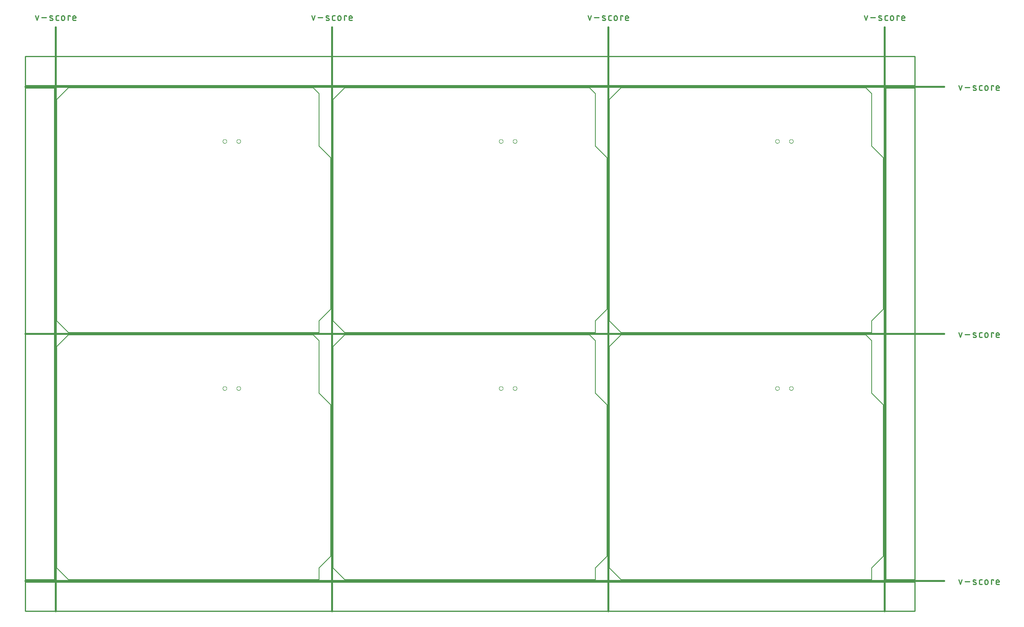
<source format=gko>
G04 EAGLE Gerber RS-274X export*
G75*
%MOMM*%
%FSLAX34Y34*%
%LPD*%
%IN*%
%IPPOS*%
%AMOC8*
5,1,8,0,0,1.08239X$1,22.5*%
G01*
%ADD10C,0.203200*%
%ADD11C,0.381000*%
%ADD12C,0.279400*%
%ADD13C,0.254000*%
%ADD14C,0.000000*%


D10*
X0Y508000D02*
X0Y25400D01*
X25400Y0D01*
X571500Y0D01*
X571500Y25400D01*
X596900Y50800D01*
X596900Y381000D01*
X571500Y406400D01*
X571500Y520700D01*
X558800Y533400D01*
X25400Y533400D01*
X0Y508000D01*
X601980Y508000D02*
X601980Y25400D01*
X627380Y0D01*
X1173480Y0D01*
X1173480Y25400D01*
X1198880Y50800D01*
X1198880Y381000D01*
X1173480Y406400D01*
X1173480Y520700D01*
X1160780Y533400D01*
X627380Y533400D01*
X601980Y508000D01*
X1203960Y508000D02*
X1203960Y25400D01*
X1229360Y0D01*
X1775460Y0D01*
X1775460Y25400D01*
X1800860Y50800D01*
X1800860Y381000D01*
X1775460Y406400D01*
X1775460Y520700D01*
X1762760Y533400D01*
X1229360Y533400D01*
X1203960Y508000D01*
X0Y563880D02*
X0Y1046480D01*
X0Y563880D02*
X25400Y538480D01*
X571500Y538480D01*
X571500Y563880D01*
X596900Y589280D01*
X596900Y919480D01*
X571500Y944880D01*
X571500Y1059180D01*
X558800Y1071880D01*
X25400Y1071880D01*
X0Y1046480D01*
X601980Y1046480D02*
X601980Y563880D01*
X627380Y538480D01*
X1173480Y538480D01*
X1173480Y563880D01*
X1198880Y589280D01*
X1198880Y919480D01*
X1173480Y944880D01*
X1173480Y1059180D01*
X1160780Y1071880D01*
X627380Y1071880D01*
X601980Y1046480D01*
X1203960Y1046480D02*
X1203960Y563880D01*
X1229360Y538480D01*
X1775460Y538480D01*
X1775460Y563880D01*
X1800860Y589280D01*
X1800860Y919480D01*
X1775460Y944880D01*
X1775460Y1059180D01*
X1762760Y1071880D01*
X1229360Y1071880D01*
X1203960Y1046480D01*
D11*
X-2540Y1203960D02*
X-2540Y-68580D01*
D12*
X-42921Y1219327D02*
X-46251Y1229318D01*
X-39590Y1229318D02*
X-42921Y1219327D01*
X-32806Y1225155D02*
X-22815Y1225155D01*
X-14261Y1225155D02*
X-10098Y1223490D01*
X-14261Y1225154D02*
X-14346Y1225190D01*
X-14429Y1225230D01*
X-14510Y1225273D01*
X-14590Y1225320D01*
X-14667Y1225370D01*
X-14743Y1225423D01*
X-14816Y1225479D01*
X-14886Y1225539D01*
X-14954Y1225601D01*
X-15019Y1225666D01*
X-15081Y1225734D01*
X-15141Y1225805D01*
X-15197Y1225878D01*
X-15250Y1225953D01*
X-15300Y1226031D01*
X-15346Y1226110D01*
X-15389Y1226192D01*
X-15429Y1226275D01*
X-15465Y1226360D01*
X-15497Y1226446D01*
X-15526Y1226534D01*
X-15550Y1226623D01*
X-15571Y1226713D01*
X-15588Y1226803D01*
X-15602Y1226894D01*
X-15611Y1226986D01*
X-15616Y1227078D01*
X-15618Y1227170D01*
X-15616Y1227262D01*
X-15609Y1227354D01*
X-15599Y1227446D01*
X-15585Y1227537D01*
X-15567Y1227628D01*
X-15545Y1227717D01*
X-15519Y1227806D01*
X-15489Y1227893D01*
X-15456Y1227979D01*
X-15419Y1228063D01*
X-15379Y1228146D01*
X-15335Y1228227D01*
X-15288Y1228306D01*
X-15237Y1228383D01*
X-15183Y1228458D01*
X-15126Y1228531D01*
X-15066Y1228601D01*
X-15003Y1228668D01*
X-14937Y1228732D01*
X-14869Y1228794D01*
X-14798Y1228853D01*
X-14724Y1228908D01*
X-14648Y1228961D01*
X-14570Y1229010D01*
X-14490Y1229056D01*
X-14409Y1229098D01*
X-14325Y1229137D01*
X-14240Y1229172D01*
X-14153Y1229203D01*
X-14065Y1229231D01*
X-13976Y1229255D01*
X-13886Y1229275D01*
X-13796Y1229292D01*
X-13704Y1229304D01*
X-13612Y1229313D01*
X-13520Y1229317D01*
X-13428Y1229318D01*
X-13201Y1229312D01*
X-12974Y1229301D01*
X-12747Y1229284D01*
X-12521Y1229261D01*
X-12295Y1229234D01*
X-12070Y1229200D01*
X-11846Y1229162D01*
X-11623Y1229118D01*
X-11401Y1229069D01*
X-11180Y1229014D01*
X-10961Y1228954D01*
X-10743Y1228889D01*
X-10527Y1228818D01*
X-10313Y1228743D01*
X-10100Y1228662D01*
X-9890Y1228576D01*
X-9681Y1228485D01*
X-10098Y1223490D02*
X-10013Y1223454D01*
X-9930Y1223414D01*
X-9849Y1223371D01*
X-9769Y1223324D01*
X-9692Y1223274D01*
X-9616Y1223221D01*
X-9543Y1223165D01*
X-9473Y1223105D01*
X-9405Y1223043D01*
X-9340Y1222978D01*
X-9278Y1222910D01*
X-9218Y1222839D01*
X-9162Y1222766D01*
X-9109Y1222691D01*
X-9059Y1222613D01*
X-9013Y1222534D01*
X-8970Y1222452D01*
X-8930Y1222369D01*
X-8894Y1222284D01*
X-8862Y1222198D01*
X-8833Y1222110D01*
X-8809Y1222021D01*
X-8788Y1221931D01*
X-8771Y1221841D01*
X-8757Y1221750D01*
X-8748Y1221658D01*
X-8743Y1221566D01*
X-8741Y1221474D01*
X-8743Y1221382D01*
X-8750Y1221290D01*
X-8760Y1221198D01*
X-8774Y1221107D01*
X-8792Y1221016D01*
X-8814Y1220927D01*
X-8840Y1220838D01*
X-8870Y1220751D01*
X-8903Y1220665D01*
X-8940Y1220581D01*
X-8980Y1220498D01*
X-9024Y1220417D01*
X-9071Y1220338D01*
X-9122Y1220261D01*
X-9176Y1220186D01*
X-9233Y1220113D01*
X-9293Y1220043D01*
X-9356Y1219976D01*
X-9422Y1219912D01*
X-9490Y1219850D01*
X-9561Y1219791D01*
X-9635Y1219736D01*
X-9711Y1219683D01*
X-9789Y1219634D01*
X-9869Y1219588D01*
X-9950Y1219546D01*
X-10034Y1219507D01*
X-10119Y1219472D01*
X-10206Y1219441D01*
X-10294Y1219413D01*
X-10383Y1219389D01*
X-10473Y1219369D01*
X-10563Y1219352D01*
X-10655Y1219340D01*
X-10747Y1219331D01*
X-10839Y1219327D01*
X-10931Y1219326D01*
X-10931Y1219327D02*
X-11265Y1219336D01*
X-11598Y1219353D01*
X-11931Y1219377D01*
X-12264Y1219410D01*
X-12595Y1219450D01*
X-12926Y1219498D01*
X-13255Y1219554D01*
X-13583Y1219617D01*
X-13909Y1219689D01*
X-14233Y1219768D01*
X-14556Y1219854D01*
X-14876Y1219949D01*
X-15194Y1220051D01*
X-15510Y1220160D01*
X562Y1219327D02*
X3892Y1219327D01*
X562Y1219327D02*
X464Y1219329D01*
X366Y1219335D01*
X268Y1219344D01*
X171Y1219358D01*
X75Y1219375D01*
X-21Y1219396D01*
X-116Y1219421D01*
X-210Y1219449D01*
X-303Y1219481D01*
X-394Y1219517D01*
X-484Y1219556D01*
X-572Y1219599D01*
X-659Y1219646D01*
X-743Y1219695D01*
X-826Y1219748D01*
X-906Y1219804D01*
X-985Y1219863D01*
X-1060Y1219926D01*
X-1134Y1219991D01*
X-1204Y1220059D01*
X-1272Y1220129D01*
X-1338Y1220203D01*
X-1400Y1220279D01*
X-1459Y1220357D01*
X-1515Y1220437D01*
X-1568Y1220520D01*
X-1618Y1220604D01*
X-1664Y1220691D01*
X-1707Y1220779D01*
X-1746Y1220869D01*
X-1782Y1220960D01*
X-1814Y1221053D01*
X-1842Y1221147D01*
X-1867Y1221242D01*
X-1888Y1221338D01*
X-1905Y1221434D01*
X-1919Y1221531D01*
X-1928Y1221629D01*
X-1934Y1221727D01*
X-1936Y1221825D01*
X-1936Y1226820D01*
X-1934Y1226918D01*
X-1928Y1227016D01*
X-1919Y1227114D01*
X-1905Y1227211D01*
X-1888Y1227307D01*
X-1867Y1227403D01*
X-1842Y1227498D01*
X-1814Y1227592D01*
X-1782Y1227685D01*
X-1746Y1227776D01*
X-1707Y1227866D01*
X-1664Y1227954D01*
X-1617Y1228041D01*
X-1568Y1228125D01*
X-1515Y1228208D01*
X-1459Y1228288D01*
X-1400Y1228366D01*
X-1337Y1228442D01*
X-1272Y1228516D01*
X-1204Y1228586D01*
X-1134Y1228654D01*
X-1060Y1228719D01*
X-984Y1228782D01*
X-906Y1228841D01*
X-826Y1228897D01*
X-743Y1228950D01*
X-659Y1228999D01*
X-572Y1229046D01*
X-484Y1229089D01*
X-394Y1229128D01*
X-303Y1229164D01*
X-210Y1229196D01*
X-116Y1229224D01*
X-21Y1229249D01*
X75Y1229270D01*
X171Y1229287D01*
X268Y1229301D01*
X366Y1229310D01*
X464Y1229316D01*
X562Y1229318D01*
X3892Y1229318D01*
X10022Y1225987D02*
X10022Y1222657D01*
X10022Y1225987D02*
X10024Y1226101D01*
X10030Y1226214D01*
X10039Y1226328D01*
X10053Y1226440D01*
X10070Y1226553D01*
X10092Y1226665D01*
X10117Y1226775D01*
X10145Y1226885D01*
X10178Y1226994D01*
X10214Y1227102D01*
X10254Y1227209D01*
X10298Y1227314D01*
X10345Y1227417D01*
X10395Y1227519D01*
X10449Y1227619D01*
X10507Y1227717D01*
X10568Y1227813D01*
X10631Y1227907D01*
X10699Y1227999D01*
X10769Y1228089D01*
X10842Y1228175D01*
X10918Y1228260D01*
X10997Y1228342D01*
X11079Y1228421D01*
X11164Y1228497D01*
X11250Y1228570D01*
X11340Y1228640D01*
X11432Y1228708D01*
X11526Y1228771D01*
X11622Y1228832D01*
X11720Y1228890D01*
X11820Y1228944D01*
X11922Y1228994D01*
X12025Y1229041D01*
X12130Y1229085D01*
X12237Y1229125D01*
X12345Y1229161D01*
X12454Y1229194D01*
X12564Y1229222D01*
X12674Y1229247D01*
X12786Y1229269D01*
X12899Y1229286D01*
X13011Y1229300D01*
X13125Y1229309D01*
X13238Y1229315D01*
X13352Y1229317D01*
X13466Y1229315D01*
X13579Y1229309D01*
X13693Y1229300D01*
X13805Y1229286D01*
X13918Y1229269D01*
X14030Y1229247D01*
X14140Y1229222D01*
X14250Y1229194D01*
X14359Y1229161D01*
X14467Y1229125D01*
X14574Y1229085D01*
X14679Y1229041D01*
X14782Y1228994D01*
X14884Y1228944D01*
X14984Y1228890D01*
X15082Y1228832D01*
X15178Y1228771D01*
X15272Y1228708D01*
X15364Y1228640D01*
X15454Y1228570D01*
X15540Y1228497D01*
X15625Y1228421D01*
X15707Y1228342D01*
X15786Y1228260D01*
X15862Y1228175D01*
X15935Y1228089D01*
X16005Y1227999D01*
X16073Y1227907D01*
X16136Y1227813D01*
X16197Y1227717D01*
X16255Y1227619D01*
X16309Y1227519D01*
X16359Y1227417D01*
X16406Y1227314D01*
X16450Y1227209D01*
X16490Y1227102D01*
X16526Y1226994D01*
X16559Y1226885D01*
X16587Y1226775D01*
X16612Y1226665D01*
X16634Y1226553D01*
X16651Y1226440D01*
X16665Y1226328D01*
X16674Y1226214D01*
X16680Y1226101D01*
X16682Y1225987D01*
X16682Y1222657D01*
X16680Y1222543D01*
X16674Y1222430D01*
X16665Y1222316D01*
X16651Y1222204D01*
X16634Y1222091D01*
X16612Y1221979D01*
X16587Y1221869D01*
X16559Y1221759D01*
X16526Y1221650D01*
X16490Y1221542D01*
X16450Y1221435D01*
X16406Y1221330D01*
X16359Y1221227D01*
X16309Y1221125D01*
X16255Y1221025D01*
X16197Y1220927D01*
X16136Y1220831D01*
X16073Y1220737D01*
X16005Y1220645D01*
X15935Y1220555D01*
X15862Y1220469D01*
X15786Y1220384D01*
X15707Y1220302D01*
X15625Y1220223D01*
X15540Y1220147D01*
X15454Y1220074D01*
X15364Y1220004D01*
X15272Y1219936D01*
X15178Y1219873D01*
X15082Y1219812D01*
X14984Y1219754D01*
X14884Y1219700D01*
X14782Y1219650D01*
X14679Y1219603D01*
X14574Y1219559D01*
X14467Y1219519D01*
X14359Y1219483D01*
X14250Y1219450D01*
X14140Y1219422D01*
X14030Y1219397D01*
X13918Y1219375D01*
X13805Y1219358D01*
X13693Y1219344D01*
X13579Y1219335D01*
X13466Y1219329D01*
X13352Y1219327D01*
X13238Y1219329D01*
X13125Y1219335D01*
X13011Y1219344D01*
X12899Y1219358D01*
X12786Y1219375D01*
X12674Y1219397D01*
X12564Y1219422D01*
X12454Y1219450D01*
X12345Y1219483D01*
X12237Y1219519D01*
X12130Y1219559D01*
X12025Y1219603D01*
X11922Y1219650D01*
X11820Y1219700D01*
X11720Y1219754D01*
X11622Y1219812D01*
X11526Y1219873D01*
X11432Y1219936D01*
X11340Y1220004D01*
X11250Y1220074D01*
X11164Y1220147D01*
X11079Y1220223D01*
X10997Y1220302D01*
X10918Y1220384D01*
X10842Y1220469D01*
X10769Y1220555D01*
X10699Y1220645D01*
X10631Y1220737D01*
X10568Y1220831D01*
X10507Y1220927D01*
X10449Y1221025D01*
X10395Y1221125D01*
X10345Y1221227D01*
X10298Y1221330D01*
X10254Y1221435D01*
X10214Y1221542D01*
X10178Y1221650D01*
X10145Y1221759D01*
X10117Y1221869D01*
X10092Y1221979D01*
X10070Y1222091D01*
X10053Y1222204D01*
X10039Y1222316D01*
X10030Y1222430D01*
X10024Y1222543D01*
X10022Y1222657D01*
X24218Y1219327D02*
X24218Y1229318D01*
X29213Y1229318D01*
X29213Y1227653D01*
X37008Y1219327D02*
X41171Y1219327D01*
X37008Y1219327D02*
X36910Y1219329D01*
X36812Y1219335D01*
X36714Y1219344D01*
X36617Y1219358D01*
X36521Y1219375D01*
X36425Y1219396D01*
X36330Y1219421D01*
X36236Y1219449D01*
X36143Y1219481D01*
X36052Y1219517D01*
X35962Y1219556D01*
X35874Y1219599D01*
X35787Y1219646D01*
X35703Y1219695D01*
X35620Y1219748D01*
X35540Y1219804D01*
X35462Y1219863D01*
X35386Y1219926D01*
X35312Y1219991D01*
X35242Y1220059D01*
X35174Y1220129D01*
X35109Y1220203D01*
X35046Y1220279D01*
X34987Y1220357D01*
X34931Y1220437D01*
X34878Y1220520D01*
X34829Y1220604D01*
X34782Y1220691D01*
X34739Y1220779D01*
X34700Y1220869D01*
X34664Y1220960D01*
X34632Y1221053D01*
X34604Y1221147D01*
X34579Y1221242D01*
X34558Y1221338D01*
X34541Y1221434D01*
X34527Y1221531D01*
X34518Y1221629D01*
X34512Y1221727D01*
X34510Y1221825D01*
X34510Y1225987D01*
X34511Y1225987D02*
X34513Y1226101D01*
X34519Y1226214D01*
X34528Y1226328D01*
X34542Y1226440D01*
X34559Y1226553D01*
X34581Y1226665D01*
X34606Y1226775D01*
X34634Y1226885D01*
X34667Y1226994D01*
X34703Y1227102D01*
X34743Y1227209D01*
X34787Y1227314D01*
X34834Y1227417D01*
X34884Y1227519D01*
X34938Y1227619D01*
X34996Y1227717D01*
X35057Y1227813D01*
X35120Y1227907D01*
X35188Y1227999D01*
X35258Y1228089D01*
X35331Y1228175D01*
X35407Y1228260D01*
X35486Y1228342D01*
X35568Y1228421D01*
X35653Y1228497D01*
X35739Y1228570D01*
X35829Y1228640D01*
X35921Y1228708D01*
X36015Y1228771D01*
X36111Y1228832D01*
X36209Y1228890D01*
X36309Y1228944D01*
X36411Y1228994D01*
X36514Y1229041D01*
X36619Y1229085D01*
X36726Y1229125D01*
X36834Y1229161D01*
X36943Y1229194D01*
X37053Y1229222D01*
X37163Y1229247D01*
X37275Y1229269D01*
X37388Y1229286D01*
X37500Y1229300D01*
X37614Y1229309D01*
X37727Y1229315D01*
X37841Y1229317D01*
X37955Y1229315D01*
X38068Y1229309D01*
X38182Y1229300D01*
X38294Y1229286D01*
X38407Y1229269D01*
X38519Y1229247D01*
X38629Y1229222D01*
X38739Y1229194D01*
X38848Y1229161D01*
X38956Y1229125D01*
X39063Y1229085D01*
X39168Y1229041D01*
X39271Y1228994D01*
X39373Y1228944D01*
X39473Y1228890D01*
X39571Y1228832D01*
X39667Y1228771D01*
X39761Y1228708D01*
X39853Y1228640D01*
X39943Y1228570D01*
X40029Y1228497D01*
X40114Y1228421D01*
X40196Y1228342D01*
X40275Y1228260D01*
X40351Y1228175D01*
X40424Y1228089D01*
X40494Y1227999D01*
X40562Y1227907D01*
X40625Y1227813D01*
X40686Y1227717D01*
X40744Y1227619D01*
X40798Y1227519D01*
X40848Y1227417D01*
X40895Y1227314D01*
X40939Y1227209D01*
X40979Y1227102D01*
X41015Y1226994D01*
X41048Y1226885D01*
X41076Y1226775D01*
X41101Y1226665D01*
X41123Y1226553D01*
X41140Y1226440D01*
X41154Y1226328D01*
X41163Y1226214D01*
X41169Y1226101D01*
X41171Y1225987D01*
X41171Y1224322D01*
X34510Y1224322D01*
D11*
X599440Y1203960D02*
X599440Y-68580D01*
D12*
X559059Y1219327D02*
X555729Y1229318D01*
X562390Y1229318D02*
X559059Y1219327D01*
X569174Y1225155D02*
X579165Y1225155D01*
X587719Y1225155D02*
X591882Y1223490D01*
X587719Y1225154D02*
X587634Y1225190D01*
X587551Y1225230D01*
X587470Y1225273D01*
X587390Y1225320D01*
X587313Y1225370D01*
X587237Y1225423D01*
X587164Y1225479D01*
X587094Y1225539D01*
X587026Y1225601D01*
X586961Y1225666D01*
X586899Y1225734D01*
X586839Y1225805D01*
X586783Y1225878D01*
X586730Y1225953D01*
X586680Y1226031D01*
X586634Y1226110D01*
X586591Y1226192D01*
X586551Y1226275D01*
X586515Y1226360D01*
X586483Y1226446D01*
X586454Y1226534D01*
X586430Y1226623D01*
X586409Y1226713D01*
X586392Y1226803D01*
X586378Y1226894D01*
X586369Y1226986D01*
X586364Y1227078D01*
X586362Y1227170D01*
X586364Y1227262D01*
X586371Y1227354D01*
X586381Y1227446D01*
X586395Y1227537D01*
X586413Y1227628D01*
X586435Y1227717D01*
X586461Y1227806D01*
X586491Y1227893D01*
X586524Y1227979D01*
X586561Y1228063D01*
X586601Y1228146D01*
X586645Y1228227D01*
X586692Y1228306D01*
X586743Y1228383D01*
X586797Y1228458D01*
X586854Y1228531D01*
X586914Y1228601D01*
X586977Y1228668D01*
X587043Y1228732D01*
X587111Y1228794D01*
X587182Y1228853D01*
X587256Y1228908D01*
X587332Y1228961D01*
X587410Y1229010D01*
X587490Y1229056D01*
X587571Y1229098D01*
X587655Y1229137D01*
X587740Y1229172D01*
X587827Y1229203D01*
X587915Y1229231D01*
X588004Y1229255D01*
X588094Y1229275D01*
X588184Y1229292D01*
X588276Y1229304D01*
X588368Y1229313D01*
X588460Y1229317D01*
X588552Y1229318D01*
X588779Y1229312D01*
X589006Y1229301D01*
X589233Y1229284D01*
X589459Y1229261D01*
X589685Y1229234D01*
X589910Y1229200D01*
X590134Y1229162D01*
X590357Y1229118D01*
X590579Y1229069D01*
X590800Y1229014D01*
X591019Y1228954D01*
X591237Y1228889D01*
X591453Y1228818D01*
X591667Y1228743D01*
X591880Y1228662D01*
X592090Y1228576D01*
X592299Y1228485D01*
X591882Y1223490D02*
X591967Y1223454D01*
X592050Y1223414D01*
X592131Y1223371D01*
X592211Y1223324D01*
X592288Y1223274D01*
X592364Y1223221D01*
X592437Y1223165D01*
X592507Y1223105D01*
X592575Y1223043D01*
X592640Y1222978D01*
X592702Y1222910D01*
X592762Y1222839D01*
X592818Y1222766D01*
X592871Y1222691D01*
X592921Y1222613D01*
X592967Y1222534D01*
X593010Y1222452D01*
X593050Y1222369D01*
X593086Y1222284D01*
X593118Y1222198D01*
X593147Y1222110D01*
X593171Y1222021D01*
X593192Y1221931D01*
X593209Y1221841D01*
X593223Y1221750D01*
X593232Y1221658D01*
X593237Y1221566D01*
X593239Y1221474D01*
X593237Y1221382D01*
X593230Y1221290D01*
X593220Y1221198D01*
X593206Y1221107D01*
X593188Y1221016D01*
X593166Y1220927D01*
X593140Y1220838D01*
X593110Y1220751D01*
X593077Y1220665D01*
X593040Y1220581D01*
X593000Y1220498D01*
X592956Y1220417D01*
X592909Y1220338D01*
X592858Y1220261D01*
X592804Y1220186D01*
X592747Y1220113D01*
X592687Y1220043D01*
X592624Y1219976D01*
X592558Y1219912D01*
X592490Y1219850D01*
X592419Y1219791D01*
X592345Y1219736D01*
X592269Y1219683D01*
X592191Y1219634D01*
X592111Y1219588D01*
X592030Y1219546D01*
X591946Y1219507D01*
X591861Y1219472D01*
X591774Y1219441D01*
X591686Y1219413D01*
X591597Y1219389D01*
X591507Y1219369D01*
X591417Y1219352D01*
X591325Y1219340D01*
X591233Y1219331D01*
X591141Y1219327D01*
X591049Y1219326D01*
X591049Y1219327D02*
X590715Y1219336D01*
X590382Y1219353D01*
X590049Y1219377D01*
X589716Y1219410D01*
X589385Y1219450D01*
X589054Y1219498D01*
X588725Y1219554D01*
X588397Y1219617D01*
X588071Y1219689D01*
X587747Y1219768D01*
X587424Y1219854D01*
X587104Y1219949D01*
X586786Y1220051D01*
X586470Y1220160D01*
X602542Y1219327D02*
X605872Y1219327D01*
X602542Y1219327D02*
X602444Y1219329D01*
X602346Y1219335D01*
X602248Y1219344D01*
X602151Y1219358D01*
X602055Y1219375D01*
X601959Y1219396D01*
X601864Y1219421D01*
X601770Y1219449D01*
X601677Y1219481D01*
X601586Y1219517D01*
X601496Y1219556D01*
X601408Y1219599D01*
X601321Y1219646D01*
X601237Y1219695D01*
X601154Y1219748D01*
X601074Y1219804D01*
X600996Y1219863D01*
X600920Y1219926D01*
X600846Y1219991D01*
X600776Y1220059D01*
X600708Y1220129D01*
X600643Y1220203D01*
X600580Y1220279D01*
X600521Y1220357D01*
X600465Y1220437D01*
X600412Y1220520D01*
X600363Y1220604D01*
X600316Y1220691D01*
X600273Y1220779D01*
X600234Y1220869D01*
X600198Y1220960D01*
X600166Y1221053D01*
X600138Y1221147D01*
X600113Y1221242D01*
X600092Y1221338D01*
X600075Y1221434D01*
X600061Y1221531D01*
X600052Y1221629D01*
X600046Y1221727D01*
X600044Y1221825D01*
X600044Y1226820D01*
X600046Y1226918D01*
X600052Y1227016D01*
X600061Y1227114D01*
X600075Y1227211D01*
X600092Y1227307D01*
X600113Y1227403D01*
X600138Y1227498D01*
X600166Y1227592D01*
X600198Y1227685D01*
X600234Y1227776D01*
X600273Y1227866D01*
X600316Y1227954D01*
X600363Y1228041D01*
X600412Y1228125D01*
X600465Y1228208D01*
X600521Y1228288D01*
X600580Y1228367D01*
X600643Y1228442D01*
X600708Y1228516D01*
X600776Y1228586D01*
X600846Y1228654D01*
X600920Y1228720D01*
X600996Y1228782D01*
X601074Y1228841D01*
X601154Y1228897D01*
X601237Y1228950D01*
X601321Y1229000D01*
X601408Y1229046D01*
X601496Y1229089D01*
X601586Y1229128D01*
X601677Y1229164D01*
X601770Y1229196D01*
X601864Y1229224D01*
X601959Y1229249D01*
X602055Y1229270D01*
X602151Y1229287D01*
X602248Y1229301D01*
X602346Y1229310D01*
X602444Y1229316D01*
X602542Y1229318D01*
X605872Y1229318D01*
X612002Y1225987D02*
X612002Y1222657D01*
X612002Y1225987D02*
X612004Y1226101D01*
X612010Y1226214D01*
X612019Y1226328D01*
X612033Y1226440D01*
X612050Y1226553D01*
X612072Y1226665D01*
X612097Y1226775D01*
X612125Y1226885D01*
X612158Y1226994D01*
X612194Y1227102D01*
X612234Y1227209D01*
X612278Y1227314D01*
X612325Y1227417D01*
X612375Y1227519D01*
X612429Y1227619D01*
X612487Y1227717D01*
X612548Y1227813D01*
X612611Y1227907D01*
X612679Y1227999D01*
X612749Y1228089D01*
X612822Y1228175D01*
X612898Y1228260D01*
X612977Y1228342D01*
X613059Y1228421D01*
X613144Y1228497D01*
X613230Y1228570D01*
X613320Y1228640D01*
X613412Y1228708D01*
X613506Y1228771D01*
X613602Y1228832D01*
X613700Y1228890D01*
X613800Y1228944D01*
X613902Y1228994D01*
X614005Y1229041D01*
X614110Y1229085D01*
X614217Y1229125D01*
X614325Y1229161D01*
X614434Y1229194D01*
X614544Y1229222D01*
X614654Y1229247D01*
X614766Y1229269D01*
X614879Y1229286D01*
X614991Y1229300D01*
X615105Y1229309D01*
X615218Y1229315D01*
X615332Y1229317D01*
X615446Y1229315D01*
X615559Y1229309D01*
X615673Y1229300D01*
X615785Y1229286D01*
X615898Y1229269D01*
X616010Y1229247D01*
X616120Y1229222D01*
X616230Y1229194D01*
X616339Y1229161D01*
X616447Y1229125D01*
X616554Y1229085D01*
X616659Y1229041D01*
X616762Y1228994D01*
X616864Y1228944D01*
X616964Y1228890D01*
X617062Y1228832D01*
X617158Y1228771D01*
X617252Y1228708D01*
X617344Y1228640D01*
X617434Y1228570D01*
X617520Y1228497D01*
X617605Y1228421D01*
X617687Y1228342D01*
X617766Y1228260D01*
X617842Y1228175D01*
X617915Y1228089D01*
X617985Y1227999D01*
X618053Y1227907D01*
X618116Y1227813D01*
X618177Y1227717D01*
X618235Y1227619D01*
X618289Y1227519D01*
X618339Y1227417D01*
X618386Y1227314D01*
X618430Y1227209D01*
X618470Y1227102D01*
X618506Y1226994D01*
X618539Y1226885D01*
X618567Y1226775D01*
X618592Y1226665D01*
X618614Y1226553D01*
X618631Y1226440D01*
X618645Y1226328D01*
X618654Y1226214D01*
X618660Y1226101D01*
X618662Y1225987D01*
X618662Y1222657D01*
X618660Y1222543D01*
X618654Y1222430D01*
X618645Y1222316D01*
X618631Y1222204D01*
X618614Y1222091D01*
X618592Y1221979D01*
X618567Y1221869D01*
X618539Y1221759D01*
X618506Y1221650D01*
X618470Y1221542D01*
X618430Y1221435D01*
X618386Y1221330D01*
X618339Y1221227D01*
X618289Y1221125D01*
X618235Y1221025D01*
X618177Y1220927D01*
X618116Y1220831D01*
X618053Y1220737D01*
X617985Y1220645D01*
X617915Y1220555D01*
X617842Y1220469D01*
X617766Y1220384D01*
X617687Y1220302D01*
X617605Y1220223D01*
X617520Y1220147D01*
X617434Y1220074D01*
X617344Y1220004D01*
X617252Y1219936D01*
X617158Y1219873D01*
X617062Y1219812D01*
X616964Y1219754D01*
X616864Y1219700D01*
X616762Y1219650D01*
X616659Y1219603D01*
X616554Y1219559D01*
X616447Y1219519D01*
X616339Y1219483D01*
X616230Y1219450D01*
X616120Y1219422D01*
X616010Y1219397D01*
X615898Y1219375D01*
X615785Y1219358D01*
X615673Y1219344D01*
X615559Y1219335D01*
X615446Y1219329D01*
X615332Y1219327D01*
X615218Y1219329D01*
X615105Y1219335D01*
X614991Y1219344D01*
X614879Y1219358D01*
X614766Y1219375D01*
X614654Y1219397D01*
X614544Y1219422D01*
X614434Y1219450D01*
X614325Y1219483D01*
X614217Y1219519D01*
X614110Y1219559D01*
X614005Y1219603D01*
X613902Y1219650D01*
X613800Y1219700D01*
X613700Y1219754D01*
X613602Y1219812D01*
X613506Y1219873D01*
X613412Y1219936D01*
X613320Y1220004D01*
X613230Y1220074D01*
X613144Y1220147D01*
X613059Y1220223D01*
X612977Y1220302D01*
X612898Y1220384D01*
X612822Y1220469D01*
X612749Y1220555D01*
X612679Y1220645D01*
X612611Y1220737D01*
X612548Y1220831D01*
X612487Y1220927D01*
X612429Y1221025D01*
X612375Y1221125D01*
X612325Y1221227D01*
X612278Y1221330D01*
X612234Y1221435D01*
X612194Y1221542D01*
X612158Y1221650D01*
X612125Y1221759D01*
X612097Y1221869D01*
X612072Y1221979D01*
X612050Y1222091D01*
X612033Y1222204D01*
X612019Y1222316D01*
X612010Y1222430D01*
X612004Y1222543D01*
X612002Y1222657D01*
X626198Y1219327D02*
X626198Y1229318D01*
X631193Y1229318D01*
X631193Y1227653D01*
X638988Y1219327D02*
X643151Y1219327D01*
X638988Y1219327D02*
X638890Y1219329D01*
X638792Y1219335D01*
X638694Y1219344D01*
X638597Y1219358D01*
X638501Y1219375D01*
X638405Y1219396D01*
X638310Y1219421D01*
X638216Y1219449D01*
X638123Y1219481D01*
X638032Y1219517D01*
X637942Y1219556D01*
X637854Y1219599D01*
X637767Y1219646D01*
X637683Y1219695D01*
X637600Y1219748D01*
X637520Y1219804D01*
X637442Y1219863D01*
X637366Y1219926D01*
X637292Y1219991D01*
X637222Y1220059D01*
X637154Y1220129D01*
X637089Y1220203D01*
X637026Y1220279D01*
X636967Y1220357D01*
X636911Y1220437D01*
X636858Y1220520D01*
X636809Y1220604D01*
X636762Y1220691D01*
X636719Y1220779D01*
X636680Y1220869D01*
X636644Y1220960D01*
X636612Y1221053D01*
X636584Y1221147D01*
X636559Y1221242D01*
X636538Y1221338D01*
X636521Y1221434D01*
X636507Y1221531D01*
X636498Y1221629D01*
X636492Y1221727D01*
X636490Y1221825D01*
X636490Y1225987D01*
X636491Y1225987D02*
X636493Y1226101D01*
X636499Y1226214D01*
X636508Y1226328D01*
X636522Y1226440D01*
X636539Y1226553D01*
X636561Y1226665D01*
X636586Y1226775D01*
X636614Y1226885D01*
X636647Y1226994D01*
X636683Y1227102D01*
X636723Y1227209D01*
X636767Y1227314D01*
X636814Y1227417D01*
X636864Y1227519D01*
X636918Y1227619D01*
X636976Y1227717D01*
X637037Y1227813D01*
X637100Y1227907D01*
X637168Y1227999D01*
X637238Y1228089D01*
X637311Y1228175D01*
X637387Y1228260D01*
X637466Y1228342D01*
X637548Y1228421D01*
X637633Y1228497D01*
X637719Y1228570D01*
X637809Y1228640D01*
X637901Y1228708D01*
X637995Y1228771D01*
X638091Y1228832D01*
X638189Y1228890D01*
X638289Y1228944D01*
X638391Y1228994D01*
X638494Y1229041D01*
X638599Y1229085D01*
X638706Y1229125D01*
X638814Y1229161D01*
X638923Y1229194D01*
X639033Y1229222D01*
X639143Y1229247D01*
X639255Y1229269D01*
X639368Y1229286D01*
X639480Y1229300D01*
X639594Y1229309D01*
X639707Y1229315D01*
X639821Y1229317D01*
X639935Y1229315D01*
X640048Y1229309D01*
X640162Y1229300D01*
X640274Y1229286D01*
X640387Y1229269D01*
X640499Y1229247D01*
X640609Y1229222D01*
X640719Y1229194D01*
X640828Y1229161D01*
X640936Y1229125D01*
X641043Y1229085D01*
X641148Y1229041D01*
X641251Y1228994D01*
X641353Y1228944D01*
X641453Y1228890D01*
X641551Y1228832D01*
X641647Y1228771D01*
X641741Y1228708D01*
X641833Y1228640D01*
X641923Y1228570D01*
X642009Y1228497D01*
X642094Y1228421D01*
X642176Y1228342D01*
X642255Y1228260D01*
X642331Y1228175D01*
X642404Y1228089D01*
X642474Y1227999D01*
X642542Y1227907D01*
X642605Y1227813D01*
X642666Y1227717D01*
X642724Y1227619D01*
X642778Y1227519D01*
X642828Y1227417D01*
X642875Y1227314D01*
X642919Y1227209D01*
X642959Y1227102D01*
X642995Y1226994D01*
X643028Y1226885D01*
X643056Y1226775D01*
X643081Y1226665D01*
X643103Y1226553D01*
X643120Y1226440D01*
X643134Y1226328D01*
X643143Y1226214D01*
X643149Y1226101D01*
X643151Y1225987D01*
X643151Y1224322D01*
X636490Y1224322D01*
D11*
X1201420Y1203960D02*
X1201420Y-68580D01*
D12*
X1161039Y1219327D02*
X1157709Y1229318D01*
X1164370Y1229318D02*
X1161039Y1219327D01*
X1171154Y1225155D02*
X1181145Y1225155D01*
X1189699Y1225155D02*
X1193862Y1223490D01*
X1189699Y1225154D02*
X1189614Y1225190D01*
X1189531Y1225230D01*
X1189450Y1225273D01*
X1189370Y1225320D01*
X1189293Y1225370D01*
X1189217Y1225423D01*
X1189144Y1225479D01*
X1189074Y1225539D01*
X1189006Y1225601D01*
X1188941Y1225666D01*
X1188879Y1225734D01*
X1188819Y1225805D01*
X1188763Y1225878D01*
X1188710Y1225953D01*
X1188660Y1226031D01*
X1188614Y1226110D01*
X1188571Y1226192D01*
X1188531Y1226275D01*
X1188495Y1226360D01*
X1188463Y1226446D01*
X1188434Y1226534D01*
X1188410Y1226623D01*
X1188389Y1226713D01*
X1188372Y1226803D01*
X1188358Y1226894D01*
X1188349Y1226986D01*
X1188344Y1227078D01*
X1188342Y1227170D01*
X1188344Y1227262D01*
X1188351Y1227354D01*
X1188361Y1227446D01*
X1188375Y1227537D01*
X1188393Y1227628D01*
X1188415Y1227717D01*
X1188441Y1227806D01*
X1188471Y1227893D01*
X1188504Y1227979D01*
X1188541Y1228063D01*
X1188581Y1228146D01*
X1188625Y1228227D01*
X1188672Y1228306D01*
X1188723Y1228383D01*
X1188777Y1228458D01*
X1188834Y1228531D01*
X1188894Y1228601D01*
X1188957Y1228668D01*
X1189023Y1228732D01*
X1189091Y1228794D01*
X1189162Y1228853D01*
X1189236Y1228908D01*
X1189312Y1228961D01*
X1189390Y1229010D01*
X1189470Y1229056D01*
X1189551Y1229098D01*
X1189635Y1229137D01*
X1189720Y1229172D01*
X1189807Y1229203D01*
X1189895Y1229231D01*
X1189984Y1229255D01*
X1190074Y1229275D01*
X1190164Y1229292D01*
X1190256Y1229304D01*
X1190348Y1229313D01*
X1190440Y1229317D01*
X1190532Y1229318D01*
X1190759Y1229312D01*
X1190986Y1229301D01*
X1191213Y1229284D01*
X1191439Y1229261D01*
X1191665Y1229234D01*
X1191890Y1229200D01*
X1192114Y1229162D01*
X1192337Y1229118D01*
X1192559Y1229069D01*
X1192780Y1229014D01*
X1192999Y1228954D01*
X1193217Y1228889D01*
X1193433Y1228818D01*
X1193647Y1228743D01*
X1193860Y1228662D01*
X1194070Y1228576D01*
X1194279Y1228485D01*
X1193862Y1223490D02*
X1193947Y1223454D01*
X1194030Y1223414D01*
X1194111Y1223371D01*
X1194191Y1223324D01*
X1194268Y1223274D01*
X1194344Y1223221D01*
X1194417Y1223165D01*
X1194487Y1223105D01*
X1194555Y1223043D01*
X1194620Y1222978D01*
X1194682Y1222910D01*
X1194742Y1222839D01*
X1194798Y1222766D01*
X1194851Y1222691D01*
X1194901Y1222613D01*
X1194947Y1222534D01*
X1194990Y1222452D01*
X1195030Y1222369D01*
X1195066Y1222284D01*
X1195098Y1222198D01*
X1195127Y1222110D01*
X1195151Y1222021D01*
X1195172Y1221931D01*
X1195189Y1221841D01*
X1195203Y1221750D01*
X1195212Y1221658D01*
X1195217Y1221566D01*
X1195219Y1221474D01*
X1195217Y1221382D01*
X1195210Y1221290D01*
X1195200Y1221198D01*
X1195186Y1221107D01*
X1195168Y1221016D01*
X1195146Y1220927D01*
X1195120Y1220838D01*
X1195090Y1220751D01*
X1195057Y1220665D01*
X1195020Y1220581D01*
X1194980Y1220498D01*
X1194936Y1220417D01*
X1194889Y1220338D01*
X1194838Y1220261D01*
X1194784Y1220186D01*
X1194727Y1220113D01*
X1194667Y1220043D01*
X1194604Y1219976D01*
X1194538Y1219912D01*
X1194470Y1219850D01*
X1194399Y1219791D01*
X1194325Y1219736D01*
X1194249Y1219683D01*
X1194171Y1219634D01*
X1194091Y1219588D01*
X1194010Y1219546D01*
X1193926Y1219507D01*
X1193841Y1219472D01*
X1193754Y1219441D01*
X1193666Y1219413D01*
X1193577Y1219389D01*
X1193487Y1219369D01*
X1193397Y1219352D01*
X1193305Y1219340D01*
X1193213Y1219331D01*
X1193121Y1219327D01*
X1193029Y1219326D01*
X1193029Y1219327D02*
X1192695Y1219336D01*
X1192362Y1219353D01*
X1192029Y1219377D01*
X1191696Y1219410D01*
X1191365Y1219450D01*
X1191034Y1219498D01*
X1190705Y1219554D01*
X1190377Y1219617D01*
X1190051Y1219689D01*
X1189727Y1219768D01*
X1189404Y1219854D01*
X1189084Y1219949D01*
X1188766Y1220051D01*
X1188450Y1220160D01*
X1204522Y1219327D02*
X1207852Y1219327D01*
X1204522Y1219327D02*
X1204424Y1219329D01*
X1204326Y1219335D01*
X1204228Y1219344D01*
X1204131Y1219358D01*
X1204035Y1219375D01*
X1203939Y1219396D01*
X1203844Y1219421D01*
X1203750Y1219449D01*
X1203657Y1219481D01*
X1203566Y1219517D01*
X1203476Y1219556D01*
X1203388Y1219599D01*
X1203301Y1219646D01*
X1203217Y1219695D01*
X1203134Y1219748D01*
X1203054Y1219804D01*
X1202976Y1219863D01*
X1202900Y1219926D01*
X1202826Y1219991D01*
X1202756Y1220059D01*
X1202688Y1220129D01*
X1202623Y1220203D01*
X1202560Y1220279D01*
X1202501Y1220357D01*
X1202445Y1220437D01*
X1202392Y1220520D01*
X1202343Y1220604D01*
X1202296Y1220691D01*
X1202253Y1220779D01*
X1202214Y1220869D01*
X1202178Y1220960D01*
X1202146Y1221053D01*
X1202118Y1221147D01*
X1202093Y1221242D01*
X1202072Y1221338D01*
X1202055Y1221434D01*
X1202041Y1221531D01*
X1202032Y1221629D01*
X1202026Y1221727D01*
X1202024Y1221825D01*
X1202024Y1226820D01*
X1202026Y1226918D01*
X1202032Y1227016D01*
X1202041Y1227114D01*
X1202055Y1227211D01*
X1202072Y1227307D01*
X1202093Y1227403D01*
X1202118Y1227498D01*
X1202146Y1227592D01*
X1202178Y1227685D01*
X1202214Y1227776D01*
X1202253Y1227866D01*
X1202296Y1227954D01*
X1202343Y1228041D01*
X1202392Y1228125D01*
X1202445Y1228208D01*
X1202501Y1228288D01*
X1202560Y1228367D01*
X1202623Y1228442D01*
X1202688Y1228516D01*
X1202756Y1228586D01*
X1202826Y1228654D01*
X1202900Y1228720D01*
X1202976Y1228782D01*
X1203054Y1228841D01*
X1203134Y1228897D01*
X1203217Y1228950D01*
X1203301Y1229000D01*
X1203388Y1229046D01*
X1203476Y1229089D01*
X1203566Y1229128D01*
X1203657Y1229164D01*
X1203750Y1229196D01*
X1203844Y1229224D01*
X1203939Y1229249D01*
X1204035Y1229270D01*
X1204131Y1229287D01*
X1204228Y1229301D01*
X1204326Y1229310D01*
X1204424Y1229316D01*
X1204522Y1229318D01*
X1207852Y1229318D01*
X1213982Y1225987D02*
X1213982Y1222657D01*
X1213982Y1225987D02*
X1213984Y1226101D01*
X1213990Y1226214D01*
X1213999Y1226328D01*
X1214013Y1226440D01*
X1214030Y1226553D01*
X1214052Y1226665D01*
X1214077Y1226775D01*
X1214105Y1226885D01*
X1214138Y1226994D01*
X1214174Y1227102D01*
X1214214Y1227209D01*
X1214258Y1227314D01*
X1214305Y1227417D01*
X1214355Y1227519D01*
X1214409Y1227619D01*
X1214467Y1227717D01*
X1214528Y1227813D01*
X1214591Y1227907D01*
X1214659Y1227999D01*
X1214729Y1228089D01*
X1214802Y1228175D01*
X1214878Y1228260D01*
X1214957Y1228342D01*
X1215039Y1228421D01*
X1215124Y1228497D01*
X1215210Y1228570D01*
X1215300Y1228640D01*
X1215392Y1228708D01*
X1215486Y1228771D01*
X1215582Y1228832D01*
X1215680Y1228890D01*
X1215780Y1228944D01*
X1215882Y1228994D01*
X1215985Y1229041D01*
X1216090Y1229085D01*
X1216197Y1229125D01*
X1216305Y1229161D01*
X1216414Y1229194D01*
X1216524Y1229222D01*
X1216634Y1229247D01*
X1216746Y1229269D01*
X1216859Y1229286D01*
X1216971Y1229300D01*
X1217085Y1229309D01*
X1217198Y1229315D01*
X1217312Y1229317D01*
X1217426Y1229315D01*
X1217539Y1229309D01*
X1217653Y1229300D01*
X1217765Y1229286D01*
X1217878Y1229269D01*
X1217990Y1229247D01*
X1218100Y1229222D01*
X1218210Y1229194D01*
X1218319Y1229161D01*
X1218427Y1229125D01*
X1218534Y1229085D01*
X1218639Y1229041D01*
X1218742Y1228994D01*
X1218844Y1228944D01*
X1218944Y1228890D01*
X1219042Y1228832D01*
X1219138Y1228771D01*
X1219232Y1228708D01*
X1219324Y1228640D01*
X1219414Y1228570D01*
X1219500Y1228497D01*
X1219585Y1228421D01*
X1219667Y1228342D01*
X1219746Y1228260D01*
X1219822Y1228175D01*
X1219895Y1228089D01*
X1219965Y1227999D01*
X1220033Y1227907D01*
X1220096Y1227813D01*
X1220157Y1227717D01*
X1220215Y1227619D01*
X1220269Y1227519D01*
X1220319Y1227417D01*
X1220366Y1227314D01*
X1220410Y1227209D01*
X1220450Y1227102D01*
X1220486Y1226994D01*
X1220519Y1226885D01*
X1220547Y1226775D01*
X1220572Y1226665D01*
X1220594Y1226553D01*
X1220611Y1226440D01*
X1220625Y1226328D01*
X1220634Y1226214D01*
X1220640Y1226101D01*
X1220642Y1225987D01*
X1220642Y1222657D01*
X1220640Y1222543D01*
X1220634Y1222430D01*
X1220625Y1222316D01*
X1220611Y1222204D01*
X1220594Y1222091D01*
X1220572Y1221979D01*
X1220547Y1221869D01*
X1220519Y1221759D01*
X1220486Y1221650D01*
X1220450Y1221542D01*
X1220410Y1221435D01*
X1220366Y1221330D01*
X1220319Y1221227D01*
X1220269Y1221125D01*
X1220215Y1221025D01*
X1220157Y1220927D01*
X1220096Y1220831D01*
X1220033Y1220737D01*
X1219965Y1220645D01*
X1219895Y1220555D01*
X1219822Y1220469D01*
X1219746Y1220384D01*
X1219667Y1220302D01*
X1219585Y1220223D01*
X1219500Y1220147D01*
X1219414Y1220074D01*
X1219324Y1220004D01*
X1219232Y1219936D01*
X1219138Y1219873D01*
X1219042Y1219812D01*
X1218944Y1219754D01*
X1218844Y1219700D01*
X1218742Y1219650D01*
X1218639Y1219603D01*
X1218534Y1219559D01*
X1218427Y1219519D01*
X1218319Y1219483D01*
X1218210Y1219450D01*
X1218100Y1219422D01*
X1217990Y1219397D01*
X1217878Y1219375D01*
X1217765Y1219358D01*
X1217653Y1219344D01*
X1217539Y1219335D01*
X1217426Y1219329D01*
X1217312Y1219327D01*
X1217198Y1219329D01*
X1217085Y1219335D01*
X1216971Y1219344D01*
X1216859Y1219358D01*
X1216746Y1219375D01*
X1216634Y1219397D01*
X1216524Y1219422D01*
X1216414Y1219450D01*
X1216305Y1219483D01*
X1216197Y1219519D01*
X1216090Y1219559D01*
X1215985Y1219603D01*
X1215882Y1219650D01*
X1215780Y1219700D01*
X1215680Y1219754D01*
X1215582Y1219812D01*
X1215486Y1219873D01*
X1215392Y1219936D01*
X1215300Y1220004D01*
X1215210Y1220074D01*
X1215124Y1220147D01*
X1215039Y1220223D01*
X1214957Y1220302D01*
X1214878Y1220384D01*
X1214802Y1220469D01*
X1214729Y1220555D01*
X1214659Y1220645D01*
X1214591Y1220737D01*
X1214528Y1220831D01*
X1214467Y1220927D01*
X1214409Y1221025D01*
X1214355Y1221125D01*
X1214305Y1221227D01*
X1214258Y1221330D01*
X1214214Y1221435D01*
X1214174Y1221542D01*
X1214138Y1221650D01*
X1214105Y1221759D01*
X1214077Y1221869D01*
X1214052Y1221979D01*
X1214030Y1222091D01*
X1214013Y1222204D01*
X1213999Y1222316D01*
X1213990Y1222430D01*
X1213984Y1222543D01*
X1213982Y1222657D01*
X1228178Y1219327D02*
X1228178Y1229318D01*
X1233173Y1229318D01*
X1233173Y1227653D01*
X1240968Y1219327D02*
X1245131Y1219327D01*
X1240968Y1219327D02*
X1240870Y1219329D01*
X1240772Y1219335D01*
X1240674Y1219344D01*
X1240577Y1219358D01*
X1240481Y1219375D01*
X1240385Y1219396D01*
X1240290Y1219421D01*
X1240196Y1219449D01*
X1240103Y1219481D01*
X1240012Y1219517D01*
X1239922Y1219556D01*
X1239834Y1219599D01*
X1239747Y1219646D01*
X1239663Y1219695D01*
X1239580Y1219748D01*
X1239500Y1219804D01*
X1239422Y1219863D01*
X1239346Y1219926D01*
X1239272Y1219991D01*
X1239202Y1220059D01*
X1239134Y1220129D01*
X1239069Y1220203D01*
X1239006Y1220279D01*
X1238947Y1220357D01*
X1238891Y1220437D01*
X1238838Y1220520D01*
X1238789Y1220604D01*
X1238742Y1220691D01*
X1238699Y1220779D01*
X1238660Y1220869D01*
X1238624Y1220960D01*
X1238592Y1221053D01*
X1238564Y1221147D01*
X1238539Y1221242D01*
X1238518Y1221338D01*
X1238501Y1221434D01*
X1238487Y1221531D01*
X1238478Y1221629D01*
X1238472Y1221727D01*
X1238470Y1221825D01*
X1238470Y1225987D01*
X1238471Y1225987D02*
X1238473Y1226101D01*
X1238479Y1226214D01*
X1238488Y1226328D01*
X1238502Y1226440D01*
X1238519Y1226553D01*
X1238541Y1226665D01*
X1238566Y1226775D01*
X1238594Y1226885D01*
X1238627Y1226994D01*
X1238663Y1227102D01*
X1238703Y1227209D01*
X1238747Y1227314D01*
X1238794Y1227417D01*
X1238844Y1227519D01*
X1238898Y1227619D01*
X1238956Y1227717D01*
X1239017Y1227813D01*
X1239080Y1227907D01*
X1239148Y1227999D01*
X1239218Y1228089D01*
X1239291Y1228175D01*
X1239367Y1228260D01*
X1239446Y1228342D01*
X1239528Y1228421D01*
X1239613Y1228497D01*
X1239699Y1228570D01*
X1239789Y1228640D01*
X1239881Y1228708D01*
X1239975Y1228771D01*
X1240071Y1228832D01*
X1240169Y1228890D01*
X1240269Y1228944D01*
X1240371Y1228994D01*
X1240474Y1229041D01*
X1240579Y1229085D01*
X1240686Y1229125D01*
X1240794Y1229161D01*
X1240903Y1229194D01*
X1241013Y1229222D01*
X1241123Y1229247D01*
X1241235Y1229269D01*
X1241348Y1229286D01*
X1241460Y1229300D01*
X1241574Y1229309D01*
X1241687Y1229315D01*
X1241801Y1229317D01*
X1241915Y1229315D01*
X1242028Y1229309D01*
X1242142Y1229300D01*
X1242254Y1229286D01*
X1242367Y1229269D01*
X1242479Y1229247D01*
X1242589Y1229222D01*
X1242699Y1229194D01*
X1242808Y1229161D01*
X1242916Y1229125D01*
X1243023Y1229085D01*
X1243128Y1229041D01*
X1243231Y1228994D01*
X1243333Y1228944D01*
X1243433Y1228890D01*
X1243531Y1228832D01*
X1243627Y1228771D01*
X1243721Y1228708D01*
X1243813Y1228640D01*
X1243903Y1228570D01*
X1243989Y1228497D01*
X1244074Y1228421D01*
X1244156Y1228342D01*
X1244235Y1228260D01*
X1244311Y1228175D01*
X1244384Y1228089D01*
X1244454Y1227999D01*
X1244522Y1227907D01*
X1244585Y1227813D01*
X1244646Y1227717D01*
X1244704Y1227619D01*
X1244758Y1227519D01*
X1244808Y1227417D01*
X1244855Y1227314D01*
X1244899Y1227209D01*
X1244939Y1227102D01*
X1244975Y1226994D01*
X1245008Y1226885D01*
X1245036Y1226775D01*
X1245061Y1226665D01*
X1245083Y1226553D01*
X1245100Y1226440D01*
X1245114Y1226328D01*
X1245123Y1226214D01*
X1245129Y1226101D01*
X1245131Y1225987D01*
X1245131Y1224322D01*
X1238470Y1224322D01*
D11*
X1803400Y1203960D02*
X1803400Y-68580D01*
D12*
X1763019Y1219327D02*
X1759689Y1229318D01*
X1766350Y1229318D02*
X1763019Y1219327D01*
X1773134Y1225155D02*
X1783125Y1225155D01*
X1791679Y1225155D02*
X1795842Y1223490D01*
X1791679Y1225154D02*
X1791594Y1225190D01*
X1791511Y1225230D01*
X1791430Y1225273D01*
X1791350Y1225320D01*
X1791273Y1225370D01*
X1791197Y1225423D01*
X1791124Y1225479D01*
X1791054Y1225539D01*
X1790986Y1225601D01*
X1790921Y1225666D01*
X1790859Y1225734D01*
X1790799Y1225805D01*
X1790743Y1225878D01*
X1790690Y1225953D01*
X1790640Y1226031D01*
X1790594Y1226110D01*
X1790551Y1226192D01*
X1790511Y1226275D01*
X1790475Y1226360D01*
X1790443Y1226446D01*
X1790414Y1226534D01*
X1790390Y1226623D01*
X1790369Y1226713D01*
X1790352Y1226803D01*
X1790338Y1226894D01*
X1790329Y1226986D01*
X1790324Y1227078D01*
X1790322Y1227170D01*
X1790324Y1227262D01*
X1790331Y1227354D01*
X1790341Y1227446D01*
X1790355Y1227537D01*
X1790373Y1227628D01*
X1790395Y1227717D01*
X1790421Y1227806D01*
X1790451Y1227893D01*
X1790484Y1227979D01*
X1790521Y1228063D01*
X1790561Y1228146D01*
X1790605Y1228227D01*
X1790652Y1228306D01*
X1790703Y1228383D01*
X1790757Y1228458D01*
X1790814Y1228531D01*
X1790874Y1228601D01*
X1790937Y1228668D01*
X1791003Y1228732D01*
X1791071Y1228794D01*
X1791142Y1228853D01*
X1791216Y1228908D01*
X1791292Y1228961D01*
X1791370Y1229010D01*
X1791450Y1229056D01*
X1791531Y1229098D01*
X1791615Y1229137D01*
X1791700Y1229172D01*
X1791787Y1229203D01*
X1791875Y1229231D01*
X1791964Y1229255D01*
X1792054Y1229275D01*
X1792144Y1229292D01*
X1792236Y1229304D01*
X1792328Y1229313D01*
X1792420Y1229317D01*
X1792512Y1229318D01*
X1792739Y1229312D01*
X1792966Y1229301D01*
X1793193Y1229284D01*
X1793419Y1229261D01*
X1793645Y1229234D01*
X1793870Y1229200D01*
X1794094Y1229162D01*
X1794317Y1229118D01*
X1794539Y1229069D01*
X1794760Y1229014D01*
X1794979Y1228954D01*
X1795197Y1228889D01*
X1795413Y1228818D01*
X1795627Y1228743D01*
X1795840Y1228662D01*
X1796050Y1228576D01*
X1796259Y1228485D01*
X1795842Y1223490D02*
X1795927Y1223454D01*
X1796010Y1223414D01*
X1796091Y1223371D01*
X1796171Y1223324D01*
X1796248Y1223274D01*
X1796324Y1223221D01*
X1796397Y1223165D01*
X1796467Y1223105D01*
X1796535Y1223043D01*
X1796600Y1222978D01*
X1796662Y1222910D01*
X1796722Y1222839D01*
X1796778Y1222766D01*
X1796831Y1222691D01*
X1796881Y1222613D01*
X1796927Y1222534D01*
X1796970Y1222452D01*
X1797010Y1222369D01*
X1797046Y1222284D01*
X1797078Y1222198D01*
X1797107Y1222110D01*
X1797131Y1222021D01*
X1797152Y1221931D01*
X1797169Y1221841D01*
X1797183Y1221750D01*
X1797192Y1221658D01*
X1797197Y1221566D01*
X1797199Y1221474D01*
X1797197Y1221382D01*
X1797190Y1221290D01*
X1797180Y1221198D01*
X1797166Y1221107D01*
X1797148Y1221016D01*
X1797126Y1220927D01*
X1797100Y1220838D01*
X1797070Y1220751D01*
X1797037Y1220665D01*
X1797000Y1220581D01*
X1796960Y1220498D01*
X1796916Y1220417D01*
X1796869Y1220338D01*
X1796818Y1220261D01*
X1796764Y1220186D01*
X1796707Y1220113D01*
X1796647Y1220043D01*
X1796584Y1219976D01*
X1796518Y1219912D01*
X1796450Y1219850D01*
X1796379Y1219791D01*
X1796305Y1219736D01*
X1796229Y1219683D01*
X1796151Y1219634D01*
X1796071Y1219588D01*
X1795990Y1219546D01*
X1795906Y1219507D01*
X1795821Y1219472D01*
X1795734Y1219441D01*
X1795646Y1219413D01*
X1795557Y1219389D01*
X1795467Y1219369D01*
X1795377Y1219352D01*
X1795285Y1219340D01*
X1795193Y1219331D01*
X1795101Y1219327D01*
X1795009Y1219326D01*
X1795009Y1219327D02*
X1794675Y1219336D01*
X1794342Y1219353D01*
X1794009Y1219377D01*
X1793676Y1219410D01*
X1793345Y1219450D01*
X1793014Y1219498D01*
X1792685Y1219554D01*
X1792357Y1219617D01*
X1792031Y1219689D01*
X1791707Y1219768D01*
X1791384Y1219854D01*
X1791064Y1219949D01*
X1790746Y1220051D01*
X1790430Y1220160D01*
X1806502Y1219327D02*
X1809832Y1219327D01*
X1806502Y1219327D02*
X1806404Y1219329D01*
X1806306Y1219335D01*
X1806208Y1219344D01*
X1806111Y1219358D01*
X1806015Y1219375D01*
X1805919Y1219396D01*
X1805824Y1219421D01*
X1805730Y1219449D01*
X1805637Y1219481D01*
X1805546Y1219517D01*
X1805456Y1219556D01*
X1805368Y1219599D01*
X1805281Y1219646D01*
X1805197Y1219695D01*
X1805114Y1219748D01*
X1805034Y1219804D01*
X1804956Y1219863D01*
X1804880Y1219926D01*
X1804806Y1219991D01*
X1804736Y1220059D01*
X1804668Y1220129D01*
X1804603Y1220203D01*
X1804540Y1220279D01*
X1804481Y1220357D01*
X1804425Y1220437D01*
X1804372Y1220520D01*
X1804323Y1220604D01*
X1804276Y1220691D01*
X1804233Y1220779D01*
X1804194Y1220869D01*
X1804158Y1220960D01*
X1804126Y1221053D01*
X1804098Y1221147D01*
X1804073Y1221242D01*
X1804052Y1221338D01*
X1804035Y1221434D01*
X1804021Y1221531D01*
X1804012Y1221629D01*
X1804006Y1221727D01*
X1804004Y1221825D01*
X1804004Y1226820D01*
X1804006Y1226918D01*
X1804012Y1227016D01*
X1804021Y1227114D01*
X1804035Y1227211D01*
X1804052Y1227307D01*
X1804073Y1227403D01*
X1804098Y1227498D01*
X1804126Y1227592D01*
X1804158Y1227685D01*
X1804194Y1227776D01*
X1804233Y1227866D01*
X1804276Y1227954D01*
X1804323Y1228041D01*
X1804372Y1228125D01*
X1804425Y1228208D01*
X1804481Y1228288D01*
X1804540Y1228367D01*
X1804603Y1228442D01*
X1804668Y1228516D01*
X1804736Y1228586D01*
X1804806Y1228654D01*
X1804880Y1228720D01*
X1804956Y1228782D01*
X1805034Y1228841D01*
X1805114Y1228897D01*
X1805197Y1228950D01*
X1805281Y1229000D01*
X1805368Y1229046D01*
X1805456Y1229089D01*
X1805546Y1229128D01*
X1805637Y1229164D01*
X1805730Y1229196D01*
X1805824Y1229224D01*
X1805919Y1229249D01*
X1806015Y1229270D01*
X1806111Y1229287D01*
X1806208Y1229301D01*
X1806306Y1229310D01*
X1806404Y1229316D01*
X1806502Y1229318D01*
X1809832Y1229318D01*
X1815962Y1225987D02*
X1815962Y1222657D01*
X1815962Y1225987D02*
X1815964Y1226101D01*
X1815970Y1226214D01*
X1815979Y1226328D01*
X1815993Y1226440D01*
X1816010Y1226553D01*
X1816032Y1226665D01*
X1816057Y1226775D01*
X1816085Y1226885D01*
X1816118Y1226994D01*
X1816154Y1227102D01*
X1816194Y1227209D01*
X1816238Y1227314D01*
X1816285Y1227417D01*
X1816335Y1227519D01*
X1816389Y1227619D01*
X1816447Y1227717D01*
X1816508Y1227813D01*
X1816571Y1227907D01*
X1816639Y1227999D01*
X1816709Y1228089D01*
X1816782Y1228175D01*
X1816858Y1228260D01*
X1816937Y1228342D01*
X1817019Y1228421D01*
X1817104Y1228497D01*
X1817190Y1228570D01*
X1817280Y1228640D01*
X1817372Y1228708D01*
X1817466Y1228771D01*
X1817562Y1228832D01*
X1817660Y1228890D01*
X1817760Y1228944D01*
X1817862Y1228994D01*
X1817965Y1229041D01*
X1818070Y1229085D01*
X1818177Y1229125D01*
X1818285Y1229161D01*
X1818394Y1229194D01*
X1818504Y1229222D01*
X1818614Y1229247D01*
X1818726Y1229269D01*
X1818839Y1229286D01*
X1818951Y1229300D01*
X1819065Y1229309D01*
X1819178Y1229315D01*
X1819292Y1229317D01*
X1819406Y1229315D01*
X1819519Y1229309D01*
X1819633Y1229300D01*
X1819745Y1229286D01*
X1819858Y1229269D01*
X1819970Y1229247D01*
X1820080Y1229222D01*
X1820190Y1229194D01*
X1820299Y1229161D01*
X1820407Y1229125D01*
X1820514Y1229085D01*
X1820619Y1229041D01*
X1820722Y1228994D01*
X1820824Y1228944D01*
X1820924Y1228890D01*
X1821022Y1228832D01*
X1821118Y1228771D01*
X1821212Y1228708D01*
X1821304Y1228640D01*
X1821394Y1228570D01*
X1821480Y1228497D01*
X1821565Y1228421D01*
X1821647Y1228342D01*
X1821726Y1228260D01*
X1821802Y1228175D01*
X1821875Y1228089D01*
X1821945Y1227999D01*
X1822013Y1227907D01*
X1822076Y1227813D01*
X1822137Y1227717D01*
X1822195Y1227619D01*
X1822249Y1227519D01*
X1822299Y1227417D01*
X1822346Y1227314D01*
X1822390Y1227209D01*
X1822430Y1227102D01*
X1822466Y1226994D01*
X1822499Y1226885D01*
X1822527Y1226775D01*
X1822552Y1226665D01*
X1822574Y1226553D01*
X1822591Y1226440D01*
X1822605Y1226328D01*
X1822614Y1226214D01*
X1822620Y1226101D01*
X1822622Y1225987D01*
X1822622Y1222657D01*
X1822620Y1222543D01*
X1822614Y1222430D01*
X1822605Y1222316D01*
X1822591Y1222204D01*
X1822574Y1222091D01*
X1822552Y1221979D01*
X1822527Y1221869D01*
X1822499Y1221759D01*
X1822466Y1221650D01*
X1822430Y1221542D01*
X1822390Y1221435D01*
X1822346Y1221330D01*
X1822299Y1221227D01*
X1822249Y1221125D01*
X1822195Y1221025D01*
X1822137Y1220927D01*
X1822076Y1220831D01*
X1822013Y1220737D01*
X1821945Y1220645D01*
X1821875Y1220555D01*
X1821802Y1220469D01*
X1821726Y1220384D01*
X1821647Y1220302D01*
X1821565Y1220223D01*
X1821480Y1220147D01*
X1821394Y1220074D01*
X1821304Y1220004D01*
X1821212Y1219936D01*
X1821118Y1219873D01*
X1821022Y1219812D01*
X1820924Y1219754D01*
X1820824Y1219700D01*
X1820722Y1219650D01*
X1820619Y1219603D01*
X1820514Y1219559D01*
X1820407Y1219519D01*
X1820299Y1219483D01*
X1820190Y1219450D01*
X1820080Y1219422D01*
X1819970Y1219397D01*
X1819858Y1219375D01*
X1819745Y1219358D01*
X1819633Y1219344D01*
X1819519Y1219335D01*
X1819406Y1219329D01*
X1819292Y1219327D01*
X1819178Y1219329D01*
X1819065Y1219335D01*
X1818951Y1219344D01*
X1818839Y1219358D01*
X1818726Y1219375D01*
X1818614Y1219397D01*
X1818504Y1219422D01*
X1818394Y1219450D01*
X1818285Y1219483D01*
X1818177Y1219519D01*
X1818070Y1219559D01*
X1817965Y1219603D01*
X1817862Y1219650D01*
X1817760Y1219700D01*
X1817660Y1219754D01*
X1817562Y1219812D01*
X1817466Y1219873D01*
X1817372Y1219936D01*
X1817280Y1220004D01*
X1817190Y1220074D01*
X1817104Y1220147D01*
X1817019Y1220223D01*
X1816937Y1220302D01*
X1816858Y1220384D01*
X1816782Y1220469D01*
X1816709Y1220555D01*
X1816639Y1220645D01*
X1816571Y1220737D01*
X1816508Y1220831D01*
X1816447Y1220927D01*
X1816389Y1221025D01*
X1816335Y1221125D01*
X1816285Y1221227D01*
X1816238Y1221330D01*
X1816194Y1221435D01*
X1816154Y1221542D01*
X1816118Y1221650D01*
X1816085Y1221759D01*
X1816057Y1221869D01*
X1816032Y1221979D01*
X1816010Y1222091D01*
X1815993Y1222204D01*
X1815979Y1222316D01*
X1815970Y1222430D01*
X1815964Y1222543D01*
X1815962Y1222657D01*
X1830158Y1219327D02*
X1830158Y1229318D01*
X1835153Y1229318D01*
X1835153Y1227653D01*
X1842948Y1219327D02*
X1847111Y1219327D01*
X1842948Y1219327D02*
X1842850Y1219329D01*
X1842752Y1219335D01*
X1842654Y1219344D01*
X1842557Y1219358D01*
X1842461Y1219375D01*
X1842365Y1219396D01*
X1842270Y1219421D01*
X1842176Y1219449D01*
X1842083Y1219481D01*
X1841992Y1219517D01*
X1841902Y1219556D01*
X1841814Y1219599D01*
X1841727Y1219646D01*
X1841643Y1219695D01*
X1841560Y1219748D01*
X1841480Y1219804D01*
X1841402Y1219863D01*
X1841326Y1219926D01*
X1841252Y1219991D01*
X1841182Y1220059D01*
X1841114Y1220129D01*
X1841049Y1220203D01*
X1840986Y1220279D01*
X1840927Y1220357D01*
X1840871Y1220437D01*
X1840818Y1220520D01*
X1840769Y1220604D01*
X1840722Y1220691D01*
X1840679Y1220779D01*
X1840640Y1220869D01*
X1840604Y1220960D01*
X1840572Y1221053D01*
X1840544Y1221147D01*
X1840519Y1221242D01*
X1840498Y1221338D01*
X1840481Y1221434D01*
X1840467Y1221531D01*
X1840458Y1221629D01*
X1840452Y1221727D01*
X1840450Y1221825D01*
X1840450Y1225987D01*
X1840451Y1225987D02*
X1840453Y1226101D01*
X1840459Y1226214D01*
X1840468Y1226328D01*
X1840482Y1226440D01*
X1840499Y1226553D01*
X1840521Y1226665D01*
X1840546Y1226775D01*
X1840574Y1226885D01*
X1840607Y1226994D01*
X1840643Y1227102D01*
X1840683Y1227209D01*
X1840727Y1227314D01*
X1840774Y1227417D01*
X1840824Y1227519D01*
X1840878Y1227619D01*
X1840936Y1227717D01*
X1840997Y1227813D01*
X1841060Y1227907D01*
X1841128Y1227999D01*
X1841198Y1228089D01*
X1841271Y1228175D01*
X1841347Y1228260D01*
X1841426Y1228342D01*
X1841508Y1228421D01*
X1841593Y1228497D01*
X1841679Y1228570D01*
X1841769Y1228640D01*
X1841861Y1228708D01*
X1841955Y1228771D01*
X1842051Y1228832D01*
X1842149Y1228890D01*
X1842249Y1228944D01*
X1842351Y1228994D01*
X1842454Y1229041D01*
X1842559Y1229085D01*
X1842666Y1229125D01*
X1842774Y1229161D01*
X1842883Y1229194D01*
X1842993Y1229222D01*
X1843103Y1229247D01*
X1843215Y1229269D01*
X1843328Y1229286D01*
X1843440Y1229300D01*
X1843554Y1229309D01*
X1843667Y1229315D01*
X1843781Y1229317D01*
X1843895Y1229315D01*
X1844008Y1229309D01*
X1844122Y1229300D01*
X1844234Y1229286D01*
X1844347Y1229269D01*
X1844459Y1229247D01*
X1844569Y1229222D01*
X1844679Y1229194D01*
X1844788Y1229161D01*
X1844896Y1229125D01*
X1845003Y1229085D01*
X1845108Y1229041D01*
X1845211Y1228994D01*
X1845313Y1228944D01*
X1845413Y1228890D01*
X1845511Y1228832D01*
X1845607Y1228771D01*
X1845701Y1228708D01*
X1845793Y1228640D01*
X1845883Y1228570D01*
X1845969Y1228497D01*
X1846054Y1228421D01*
X1846136Y1228342D01*
X1846215Y1228260D01*
X1846291Y1228175D01*
X1846364Y1228089D01*
X1846434Y1227999D01*
X1846502Y1227907D01*
X1846565Y1227813D01*
X1846626Y1227717D01*
X1846684Y1227619D01*
X1846738Y1227519D01*
X1846788Y1227417D01*
X1846835Y1227314D01*
X1846879Y1227209D01*
X1846919Y1227102D01*
X1846955Y1226994D01*
X1846988Y1226885D01*
X1847016Y1226775D01*
X1847041Y1226665D01*
X1847063Y1226553D01*
X1847080Y1226440D01*
X1847094Y1226328D01*
X1847103Y1226214D01*
X1847109Y1226101D01*
X1847111Y1225987D01*
X1847111Y1224322D01*
X1840450Y1224322D01*
D11*
X1932940Y-2540D02*
X-68580Y-2540D01*
D12*
X1965429Y-42D02*
X1968759Y-10033D01*
X1972090Y-42D01*
X1978874Y-4205D02*
X1988865Y-4205D01*
X1997419Y-4205D02*
X2001582Y-5870D01*
X1997419Y-4206D02*
X1997334Y-4170D01*
X1997251Y-4130D01*
X1997170Y-4087D01*
X1997090Y-4040D01*
X1997013Y-3990D01*
X1996937Y-3937D01*
X1996864Y-3881D01*
X1996794Y-3821D01*
X1996726Y-3759D01*
X1996661Y-3694D01*
X1996599Y-3626D01*
X1996539Y-3555D01*
X1996483Y-3482D01*
X1996430Y-3407D01*
X1996380Y-3329D01*
X1996334Y-3250D01*
X1996291Y-3168D01*
X1996251Y-3085D01*
X1996215Y-3000D01*
X1996183Y-2914D01*
X1996154Y-2826D01*
X1996130Y-2737D01*
X1996109Y-2647D01*
X1996092Y-2557D01*
X1996078Y-2466D01*
X1996069Y-2374D01*
X1996064Y-2282D01*
X1996062Y-2190D01*
X1996064Y-2098D01*
X1996071Y-2006D01*
X1996081Y-1914D01*
X1996095Y-1823D01*
X1996113Y-1732D01*
X1996135Y-1643D01*
X1996161Y-1554D01*
X1996191Y-1467D01*
X1996224Y-1381D01*
X1996261Y-1297D01*
X1996301Y-1214D01*
X1996345Y-1133D01*
X1996392Y-1054D01*
X1996443Y-977D01*
X1996497Y-902D01*
X1996554Y-829D01*
X1996614Y-759D01*
X1996677Y-692D01*
X1996743Y-628D01*
X1996811Y-566D01*
X1996882Y-507D01*
X1996956Y-452D01*
X1997032Y-399D01*
X1997110Y-350D01*
X1997190Y-304D01*
X1997271Y-262D01*
X1997355Y-223D01*
X1997440Y-188D01*
X1997527Y-157D01*
X1997615Y-129D01*
X1997704Y-105D01*
X1997794Y-85D01*
X1997884Y-68D01*
X1997976Y-56D01*
X1998068Y-47D01*
X1998160Y-43D01*
X1998252Y-42D01*
X1998479Y-48D01*
X1998706Y-59D01*
X1998933Y-76D01*
X1999159Y-99D01*
X1999385Y-126D01*
X1999610Y-160D01*
X1999834Y-198D01*
X2000057Y-242D01*
X2000279Y-291D01*
X2000500Y-346D01*
X2000719Y-406D01*
X2000937Y-471D01*
X2001153Y-542D01*
X2001367Y-617D01*
X2001580Y-698D01*
X2001790Y-784D01*
X2001999Y-875D01*
X2001582Y-5870D02*
X2001667Y-5906D01*
X2001750Y-5946D01*
X2001831Y-5989D01*
X2001911Y-6036D01*
X2001988Y-6086D01*
X2002064Y-6139D01*
X2002137Y-6195D01*
X2002207Y-6255D01*
X2002275Y-6317D01*
X2002340Y-6382D01*
X2002402Y-6450D01*
X2002462Y-6521D01*
X2002518Y-6594D01*
X2002571Y-6669D01*
X2002621Y-6747D01*
X2002667Y-6826D01*
X2002710Y-6908D01*
X2002750Y-6991D01*
X2002786Y-7076D01*
X2002818Y-7162D01*
X2002847Y-7250D01*
X2002871Y-7339D01*
X2002892Y-7429D01*
X2002909Y-7519D01*
X2002923Y-7610D01*
X2002932Y-7702D01*
X2002937Y-7794D01*
X2002939Y-7886D01*
X2002937Y-7978D01*
X2002930Y-8070D01*
X2002920Y-8162D01*
X2002906Y-8253D01*
X2002888Y-8344D01*
X2002866Y-8433D01*
X2002840Y-8522D01*
X2002810Y-8609D01*
X2002777Y-8695D01*
X2002740Y-8779D01*
X2002700Y-8862D01*
X2002656Y-8943D01*
X2002609Y-9022D01*
X2002558Y-9099D01*
X2002504Y-9174D01*
X2002447Y-9247D01*
X2002387Y-9317D01*
X2002324Y-9384D01*
X2002258Y-9448D01*
X2002190Y-9510D01*
X2002119Y-9569D01*
X2002045Y-9624D01*
X2001969Y-9677D01*
X2001891Y-9726D01*
X2001811Y-9772D01*
X2001730Y-9814D01*
X2001646Y-9853D01*
X2001561Y-9888D01*
X2001474Y-9919D01*
X2001386Y-9947D01*
X2001297Y-9971D01*
X2001207Y-9991D01*
X2001117Y-10008D01*
X2001025Y-10020D01*
X2000933Y-10029D01*
X2000841Y-10033D01*
X2000749Y-10034D01*
X2000749Y-10033D02*
X2000415Y-10024D01*
X2000082Y-10007D01*
X1999749Y-9983D01*
X1999416Y-9950D01*
X1999085Y-9910D01*
X1998754Y-9862D01*
X1998425Y-9806D01*
X1998097Y-9743D01*
X1997771Y-9671D01*
X1997447Y-9592D01*
X1997124Y-9506D01*
X1996804Y-9411D01*
X1996486Y-9309D01*
X1996170Y-9200D01*
X2012242Y-10033D02*
X2015572Y-10033D01*
X2012242Y-10033D02*
X2012144Y-10031D01*
X2012046Y-10025D01*
X2011948Y-10016D01*
X2011851Y-10002D01*
X2011755Y-9985D01*
X2011659Y-9964D01*
X2011564Y-9939D01*
X2011470Y-9911D01*
X2011377Y-9879D01*
X2011286Y-9843D01*
X2011196Y-9804D01*
X2011108Y-9761D01*
X2011021Y-9714D01*
X2010937Y-9665D01*
X2010854Y-9612D01*
X2010774Y-9556D01*
X2010696Y-9497D01*
X2010620Y-9435D01*
X2010546Y-9369D01*
X2010476Y-9301D01*
X2010408Y-9231D01*
X2010343Y-9157D01*
X2010280Y-9082D01*
X2010221Y-9003D01*
X2010165Y-8923D01*
X2010112Y-8840D01*
X2010063Y-8756D01*
X2010016Y-8669D01*
X2009973Y-8581D01*
X2009934Y-8491D01*
X2009898Y-8400D01*
X2009866Y-8307D01*
X2009838Y-8213D01*
X2009813Y-8118D01*
X2009792Y-8022D01*
X2009775Y-7926D01*
X2009761Y-7829D01*
X2009752Y-7731D01*
X2009746Y-7633D01*
X2009744Y-7535D01*
X2009744Y-2540D01*
X2009746Y-2442D01*
X2009752Y-2344D01*
X2009761Y-2246D01*
X2009775Y-2149D01*
X2009792Y-2053D01*
X2009813Y-1957D01*
X2009838Y-1862D01*
X2009866Y-1768D01*
X2009898Y-1675D01*
X2009934Y-1584D01*
X2009973Y-1494D01*
X2010016Y-1406D01*
X2010063Y-1319D01*
X2010112Y-1235D01*
X2010165Y-1152D01*
X2010221Y-1072D01*
X2010280Y-994D01*
X2010343Y-918D01*
X2010408Y-844D01*
X2010476Y-774D01*
X2010546Y-706D01*
X2010620Y-641D01*
X2010696Y-578D01*
X2010774Y-519D01*
X2010854Y-463D01*
X2010937Y-410D01*
X2011021Y-361D01*
X2011108Y-314D01*
X2011196Y-271D01*
X2011286Y-232D01*
X2011377Y-196D01*
X2011470Y-164D01*
X2011564Y-136D01*
X2011659Y-111D01*
X2011755Y-90D01*
X2011851Y-73D01*
X2011948Y-59D01*
X2012046Y-50D01*
X2012144Y-44D01*
X2012242Y-42D01*
X2015572Y-42D01*
X2021702Y-3373D02*
X2021702Y-6703D01*
X2021702Y-3373D02*
X2021704Y-3259D01*
X2021710Y-3146D01*
X2021719Y-3032D01*
X2021733Y-2920D01*
X2021750Y-2807D01*
X2021772Y-2695D01*
X2021797Y-2585D01*
X2021825Y-2475D01*
X2021858Y-2366D01*
X2021894Y-2258D01*
X2021934Y-2151D01*
X2021978Y-2046D01*
X2022025Y-1943D01*
X2022075Y-1841D01*
X2022129Y-1741D01*
X2022187Y-1643D01*
X2022248Y-1547D01*
X2022311Y-1453D01*
X2022379Y-1361D01*
X2022449Y-1271D01*
X2022522Y-1185D01*
X2022598Y-1100D01*
X2022677Y-1018D01*
X2022759Y-939D01*
X2022844Y-863D01*
X2022930Y-790D01*
X2023020Y-720D01*
X2023112Y-652D01*
X2023206Y-589D01*
X2023302Y-528D01*
X2023400Y-470D01*
X2023500Y-416D01*
X2023602Y-366D01*
X2023705Y-319D01*
X2023810Y-275D01*
X2023917Y-235D01*
X2024025Y-199D01*
X2024134Y-166D01*
X2024244Y-138D01*
X2024354Y-113D01*
X2024466Y-91D01*
X2024579Y-74D01*
X2024691Y-60D01*
X2024805Y-51D01*
X2024918Y-45D01*
X2025032Y-43D01*
X2025146Y-45D01*
X2025259Y-51D01*
X2025373Y-60D01*
X2025485Y-74D01*
X2025598Y-91D01*
X2025710Y-113D01*
X2025820Y-138D01*
X2025930Y-166D01*
X2026039Y-199D01*
X2026147Y-235D01*
X2026254Y-275D01*
X2026359Y-319D01*
X2026462Y-366D01*
X2026564Y-416D01*
X2026664Y-470D01*
X2026762Y-528D01*
X2026858Y-589D01*
X2026952Y-652D01*
X2027044Y-720D01*
X2027134Y-790D01*
X2027220Y-863D01*
X2027305Y-939D01*
X2027387Y-1018D01*
X2027466Y-1100D01*
X2027542Y-1185D01*
X2027615Y-1271D01*
X2027685Y-1361D01*
X2027753Y-1453D01*
X2027816Y-1547D01*
X2027877Y-1643D01*
X2027935Y-1741D01*
X2027989Y-1841D01*
X2028039Y-1943D01*
X2028086Y-2046D01*
X2028130Y-2151D01*
X2028170Y-2258D01*
X2028206Y-2366D01*
X2028239Y-2475D01*
X2028267Y-2585D01*
X2028292Y-2695D01*
X2028314Y-2807D01*
X2028331Y-2920D01*
X2028345Y-3032D01*
X2028354Y-3146D01*
X2028360Y-3259D01*
X2028362Y-3373D01*
X2028362Y-6703D01*
X2028360Y-6817D01*
X2028354Y-6930D01*
X2028345Y-7044D01*
X2028331Y-7156D01*
X2028314Y-7269D01*
X2028292Y-7381D01*
X2028267Y-7491D01*
X2028239Y-7601D01*
X2028206Y-7710D01*
X2028170Y-7818D01*
X2028130Y-7925D01*
X2028086Y-8030D01*
X2028039Y-8133D01*
X2027989Y-8235D01*
X2027935Y-8335D01*
X2027877Y-8433D01*
X2027816Y-8529D01*
X2027753Y-8623D01*
X2027685Y-8715D01*
X2027615Y-8805D01*
X2027542Y-8891D01*
X2027466Y-8976D01*
X2027387Y-9058D01*
X2027305Y-9137D01*
X2027220Y-9213D01*
X2027134Y-9286D01*
X2027044Y-9356D01*
X2026952Y-9424D01*
X2026858Y-9487D01*
X2026762Y-9548D01*
X2026664Y-9606D01*
X2026564Y-9660D01*
X2026462Y-9710D01*
X2026359Y-9757D01*
X2026254Y-9801D01*
X2026147Y-9841D01*
X2026039Y-9877D01*
X2025930Y-9910D01*
X2025820Y-9938D01*
X2025710Y-9963D01*
X2025598Y-9985D01*
X2025485Y-10002D01*
X2025373Y-10016D01*
X2025259Y-10025D01*
X2025146Y-10031D01*
X2025032Y-10033D01*
X2024918Y-10031D01*
X2024805Y-10025D01*
X2024691Y-10016D01*
X2024579Y-10002D01*
X2024466Y-9985D01*
X2024354Y-9963D01*
X2024244Y-9938D01*
X2024134Y-9910D01*
X2024025Y-9877D01*
X2023917Y-9841D01*
X2023810Y-9801D01*
X2023705Y-9757D01*
X2023602Y-9710D01*
X2023500Y-9660D01*
X2023400Y-9606D01*
X2023302Y-9548D01*
X2023206Y-9487D01*
X2023112Y-9424D01*
X2023020Y-9356D01*
X2022930Y-9286D01*
X2022844Y-9213D01*
X2022759Y-9137D01*
X2022677Y-9058D01*
X2022598Y-8976D01*
X2022522Y-8891D01*
X2022449Y-8805D01*
X2022379Y-8715D01*
X2022311Y-8623D01*
X2022248Y-8529D01*
X2022187Y-8433D01*
X2022129Y-8335D01*
X2022075Y-8235D01*
X2022025Y-8133D01*
X2021978Y-8030D01*
X2021934Y-7925D01*
X2021894Y-7818D01*
X2021858Y-7710D01*
X2021825Y-7601D01*
X2021797Y-7491D01*
X2021772Y-7381D01*
X2021750Y-7269D01*
X2021733Y-7156D01*
X2021719Y-7044D01*
X2021710Y-6930D01*
X2021704Y-6817D01*
X2021702Y-6703D01*
X2035898Y-10033D02*
X2035898Y-42D01*
X2040893Y-42D01*
X2040893Y-1707D01*
X2048688Y-10033D02*
X2052851Y-10033D01*
X2048688Y-10033D02*
X2048590Y-10031D01*
X2048492Y-10025D01*
X2048394Y-10016D01*
X2048297Y-10002D01*
X2048201Y-9985D01*
X2048105Y-9964D01*
X2048010Y-9939D01*
X2047916Y-9911D01*
X2047823Y-9879D01*
X2047732Y-9843D01*
X2047642Y-9804D01*
X2047554Y-9761D01*
X2047467Y-9714D01*
X2047383Y-9665D01*
X2047300Y-9612D01*
X2047220Y-9556D01*
X2047142Y-9497D01*
X2047066Y-9435D01*
X2046992Y-9369D01*
X2046922Y-9301D01*
X2046854Y-9231D01*
X2046789Y-9157D01*
X2046726Y-9082D01*
X2046667Y-9003D01*
X2046611Y-8923D01*
X2046558Y-8840D01*
X2046509Y-8756D01*
X2046462Y-8669D01*
X2046419Y-8581D01*
X2046380Y-8491D01*
X2046344Y-8400D01*
X2046312Y-8307D01*
X2046284Y-8213D01*
X2046259Y-8118D01*
X2046238Y-8022D01*
X2046221Y-7926D01*
X2046207Y-7829D01*
X2046198Y-7731D01*
X2046192Y-7633D01*
X2046190Y-7535D01*
X2046190Y-3373D01*
X2046191Y-3373D02*
X2046193Y-3259D01*
X2046199Y-3146D01*
X2046208Y-3032D01*
X2046222Y-2920D01*
X2046239Y-2807D01*
X2046261Y-2695D01*
X2046286Y-2585D01*
X2046314Y-2475D01*
X2046347Y-2366D01*
X2046383Y-2258D01*
X2046423Y-2151D01*
X2046467Y-2046D01*
X2046514Y-1943D01*
X2046564Y-1841D01*
X2046618Y-1741D01*
X2046676Y-1643D01*
X2046737Y-1547D01*
X2046800Y-1453D01*
X2046868Y-1361D01*
X2046938Y-1271D01*
X2047011Y-1185D01*
X2047087Y-1100D01*
X2047166Y-1018D01*
X2047248Y-939D01*
X2047333Y-863D01*
X2047419Y-790D01*
X2047509Y-720D01*
X2047601Y-652D01*
X2047695Y-589D01*
X2047791Y-528D01*
X2047889Y-470D01*
X2047989Y-416D01*
X2048091Y-366D01*
X2048194Y-319D01*
X2048299Y-275D01*
X2048406Y-235D01*
X2048514Y-199D01*
X2048623Y-166D01*
X2048733Y-138D01*
X2048843Y-113D01*
X2048955Y-91D01*
X2049068Y-74D01*
X2049180Y-60D01*
X2049294Y-51D01*
X2049407Y-45D01*
X2049521Y-43D01*
X2049635Y-45D01*
X2049748Y-51D01*
X2049862Y-60D01*
X2049974Y-74D01*
X2050087Y-91D01*
X2050199Y-113D01*
X2050309Y-138D01*
X2050419Y-166D01*
X2050528Y-199D01*
X2050636Y-235D01*
X2050743Y-275D01*
X2050848Y-319D01*
X2050951Y-366D01*
X2051053Y-416D01*
X2051153Y-470D01*
X2051251Y-528D01*
X2051347Y-589D01*
X2051441Y-652D01*
X2051533Y-720D01*
X2051623Y-790D01*
X2051709Y-863D01*
X2051794Y-939D01*
X2051876Y-1018D01*
X2051955Y-1100D01*
X2052031Y-1185D01*
X2052104Y-1271D01*
X2052174Y-1361D01*
X2052242Y-1453D01*
X2052305Y-1547D01*
X2052366Y-1643D01*
X2052424Y-1741D01*
X2052478Y-1841D01*
X2052528Y-1943D01*
X2052575Y-2046D01*
X2052619Y-2151D01*
X2052659Y-2258D01*
X2052695Y-2366D01*
X2052728Y-2475D01*
X2052756Y-2585D01*
X2052781Y-2695D01*
X2052803Y-2807D01*
X2052820Y-2920D01*
X2052834Y-3032D01*
X2052843Y-3146D01*
X2052849Y-3259D01*
X2052851Y-3373D01*
X2052851Y-5038D01*
X2046190Y-5038D01*
D11*
X1932940Y535940D02*
X-68580Y535940D01*
D12*
X1965429Y538438D02*
X1968759Y528447D01*
X1972090Y538438D01*
X1978874Y534275D02*
X1988865Y534275D01*
X1997419Y534275D02*
X2001582Y532610D01*
X1997419Y534274D02*
X1997334Y534310D01*
X1997251Y534350D01*
X1997170Y534393D01*
X1997090Y534440D01*
X1997013Y534490D01*
X1996937Y534543D01*
X1996864Y534599D01*
X1996794Y534659D01*
X1996726Y534721D01*
X1996661Y534786D01*
X1996599Y534854D01*
X1996539Y534925D01*
X1996483Y534998D01*
X1996430Y535073D01*
X1996380Y535151D01*
X1996334Y535230D01*
X1996291Y535312D01*
X1996251Y535395D01*
X1996215Y535480D01*
X1996183Y535566D01*
X1996154Y535654D01*
X1996130Y535743D01*
X1996109Y535833D01*
X1996092Y535923D01*
X1996078Y536014D01*
X1996069Y536106D01*
X1996064Y536198D01*
X1996062Y536290D01*
X1996064Y536382D01*
X1996071Y536474D01*
X1996081Y536566D01*
X1996095Y536657D01*
X1996113Y536748D01*
X1996135Y536837D01*
X1996161Y536926D01*
X1996191Y537013D01*
X1996224Y537099D01*
X1996261Y537183D01*
X1996301Y537266D01*
X1996345Y537347D01*
X1996392Y537426D01*
X1996443Y537503D01*
X1996497Y537578D01*
X1996554Y537651D01*
X1996614Y537721D01*
X1996677Y537788D01*
X1996743Y537852D01*
X1996811Y537914D01*
X1996882Y537973D01*
X1996956Y538028D01*
X1997032Y538081D01*
X1997110Y538130D01*
X1997190Y538176D01*
X1997271Y538218D01*
X1997355Y538257D01*
X1997440Y538292D01*
X1997527Y538323D01*
X1997615Y538351D01*
X1997704Y538375D01*
X1997794Y538395D01*
X1997884Y538412D01*
X1997976Y538424D01*
X1998068Y538433D01*
X1998160Y538437D01*
X1998252Y538438D01*
X1998479Y538432D01*
X1998706Y538421D01*
X1998933Y538404D01*
X1999159Y538381D01*
X1999385Y538354D01*
X1999610Y538320D01*
X1999834Y538282D01*
X2000057Y538238D01*
X2000279Y538189D01*
X2000500Y538134D01*
X2000719Y538074D01*
X2000937Y538009D01*
X2001153Y537938D01*
X2001367Y537863D01*
X2001580Y537782D01*
X2001790Y537696D01*
X2001999Y537605D01*
X2001582Y532610D02*
X2001667Y532574D01*
X2001750Y532534D01*
X2001831Y532491D01*
X2001911Y532444D01*
X2001988Y532394D01*
X2002064Y532341D01*
X2002137Y532285D01*
X2002207Y532225D01*
X2002275Y532163D01*
X2002340Y532098D01*
X2002402Y532030D01*
X2002462Y531959D01*
X2002518Y531886D01*
X2002571Y531811D01*
X2002621Y531733D01*
X2002667Y531654D01*
X2002710Y531572D01*
X2002750Y531489D01*
X2002786Y531404D01*
X2002818Y531318D01*
X2002847Y531230D01*
X2002871Y531141D01*
X2002892Y531051D01*
X2002909Y530961D01*
X2002923Y530870D01*
X2002932Y530778D01*
X2002937Y530686D01*
X2002939Y530594D01*
X2002937Y530502D01*
X2002930Y530410D01*
X2002920Y530318D01*
X2002906Y530227D01*
X2002888Y530136D01*
X2002866Y530047D01*
X2002840Y529958D01*
X2002810Y529871D01*
X2002777Y529785D01*
X2002740Y529701D01*
X2002700Y529618D01*
X2002656Y529537D01*
X2002609Y529458D01*
X2002558Y529381D01*
X2002504Y529306D01*
X2002447Y529233D01*
X2002387Y529163D01*
X2002324Y529096D01*
X2002258Y529032D01*
X2002190Y528970D01*
X2002119Y528911D01*
X2002045Y528856D01*
X2001969Y528803D01*
X2001891Y528754D01*
X2001811Y528708D01*
X2001730Y528666D01*
X2001646Y528627D01*
X2001561Y528592D01*
X2001474Y528561D01*
X2001386Y528533D01*
X2001297Y528509D01*
X2001207Y528489D01*
X2001117Y528472D01*
X2001025Y528460D01*
X2000933Y528451D01*
X2000841Y528447D01*
X2000749Y528446D01*
X2000749Y528447D02*
X2000415Y528456D01*
X2000082Y528473D01*
X1999749Y528497D01*
X1999416Y528530D01*
X1999085Y528570D01*
X1998754Y528618D01*
X1998425Y528674D01*
X1998097Y528737D01*
X1997771Y528809D01*
X1997447Y528888D01*
X1997124Y528974D01*
X1996804Y529069D01*
X1996486Y529171D01*
X1996170Y529280D01*
X2012242Y528447D02*
X2015572Y528447D01*
X2012242Y528447D02*
X2012144Y528449D01*
X2012046Y528455D01*
X2011948Y528464D01*
X2011851Y528478D01*
X2011755Y528495D01*
X2011659Y528516D01*
X2011564Y528541D01*
X2011470Y528569D01*
X2011377Y528601D01*
X2011286Y528637D01*
X2011196Y528676D01*
X2011108Y528719D01*
X2011021Y528766D01*
X2010937Y528815D01*
X2010854Y528868D01*
X2010774Y528924D01*
X2010696Y528983D01*
X2010620Y529046D01*
X2010546Y529111D01*
X2010476Y529179D01*
X2010408Y529249D01*
X2010343Y529323D01*
X2010280Y529399D01*
X2010221Y529477D01*
X2010165Y529557D01*
X2010112Y529640D01*
X2010063Y529724D01*
X2010016Y529811D01*
X2009973Y529899D01*
X2009934Y529989D01*
X2009898Y530080D01*
X2009866Y530173D01*
X2009838Y530267D01*
X2009813Y530362D01*
X2009792Y530458D01*
X2009775Y530554D01*
X2009761Y530651D01*
X2009752Y530749D01*
X2009746Y530847D01*
X2009744Y530945D01*
X2009744Y535940D01*
X2009746Y536038D01*
X2009752Y536136D01*
X2009761Y536234D01*
X2009775Y536331D01*
X2009792Y536427D01*
X2009813Y536523D01*
X2009838Y536618D01*
X2009866Y536712D01*
X2009898Y536805D01*
X2009934Y536896D01*
X2009973Y536986D01*
X2010016Y537074D01*
X2010063Y537161D01*
X2010112Y537245D01*
X2010165Y537328D01*
X2010221Y537408D01*
X2010280Y537487D01*
X2010343Y537562D01*
X2010408Y537636D01*
X2010476Y537706D01*
X2010546Y537774D01*
X2010620Y537840D01*
X2010696Y537902D01*
X2010774Y537961D01*
X2010854Y538017D01*
X2010937Y538070D01*
X2011021Y538120D01*
X2011108Y538166D01*
X2011196Y538209D01*
X2011286Y538248D01*
X2011377Y538284D01*
X2011470Y538316D01*
X2011564Y538344D01*
X2011659Y538369D01*
X2011755Y538390D01*
X2011851Y538407D01*
X2011948Y538421D01*
X2012046Y538430D01*
X2012144Y538436D01*
X2012242Y538438D01*
X2015572Y538438D01*
X2021702Y535107D02*
X2021702Y531777D01*
X2021702Y535107D02*
X2021704Y535221D01*
X2021710Y535334D01*
X2021719Y535448D01*
X2021733Y535560D01*
X2021750Y535673D01*
X2021772Y535785D01*
X2021797Y535895D01*
X2021825Y536005D01*
X2021858Y536114D01*
X2021894Y536222D01*
X2021934Y536329D01*
X2021978Y536434D01*
X2022025Y536537D01*
X2022075Y536639D01*
X2022129Y536739D01*
X2022187Y536837D01*
X2022248Y536933D01*
X2022311Y537027D01*
X2022379Y537119D01*
X2022449Y537209D01*
X2022522Y537295D01*
X2022598Y537380D01*
X2022677Y537462D01*
X2022759Y537541D01*
X2022844Y537617D01*
X2022930Y537690D01*
X2023020Y537760D01*
X2023112Y537828D01*
X2023206Y537891D01*
X2023302Y537952D01*
X2023400Y538010D01*
X2023500Y538064D01*
X2023602Y538114D01*
X2023705Y538161D01*
X2023810Y538205D01*
X2023917Y538245D01*
X2024025Y538281D01*
X2024134Y538314D01*
X2024244Y538342D01*
X2024354Y538367D01*
X2024466Y538389D01*
X2024579Y538406D01*
X2024691Y538420D01*
X2024805Y538429D01*
X2024918Y538435D01*
X2025032Y538437D01*
X2025146Y538435D01*
X2025259Y538429D01*
X2025373Y538420D01*
X2025485Y538406D01*
X2025598Y538389D01*
X2025710Y538367D01*
X2025820Y538342D01*
X2025930Y538314D01*
X2026039Y538281D01*
X2026147Y538245D01*
X2026254Y538205D01*
X2026359Y538161D01*
X2026462Y538114D01*
X2026564Y538064D01*
X2026664Y538010D01*
X2026762Y537952D01*
X2026858Y537891D01*
X2026952Y537828D01*
X2027044Y537760D01*
X2027134Y537690D01*
X2027220Y537617D01*
X2027305Y537541D01*
X2027387Y537462D01*
X2027466Y537380D01*
X2027542Y537295D01*
X2027615Y537209D01*
X2027685Y537119D01*
X2027753Y537027D01*
X2027816Y536933D01*
X2027877Y536837D01*
X2027935Y536739D01*
X2027989Y536639D01*
X2028039Y536537D01*
X2028086Y536434D01*
X2028130Y536329D01*
X2028170Y536222D01*
X2028206Y536114D01*
X2028239Y536005D01*
X2028267Y535895D01*
X2028292Y535785D01*
X2028314Y535673D01*
X2028331Y535560D01*
X2028345Y535448D01*
X2028354Y535334D01*
X2028360Y535221D01*
X2028362Y535107D01*
X2028362Y531777D01*
X2028360Y531663D01*
X2028354Y531550D01*
X2028345Y531436D01*
X2028331Y531324D01*
X2028314Y531211D01*
X2028292Y531099D01*
X2028267Y530989D01*
X2028239Y530879D01*
X2028206Y530770D01*
X2028170Y530662D01*
X2028130Y530555D01*
X2028086Y530450D01*
X2028039Y530347D01*
X2027989Y530245D01*
X2027935Y530145D01*
X2027877Y530047D01*
X2027816Y529951D01*
X2027753Y529857D01*
X2027685Y529765D01*
X2027615Y529675D01*
X2027542Y529589D01*
X2027466Y529504D01*
X2027387Y529422D01*
X2027305Y529343D01*
X2027220Y529267D01*
X2027134Y529194D01*
X2027044Y529124D01*
X2026952Y529056D01*
X2026858Y528993D01*
X2026762Y528932D01*
X2026664Y528874D01*
X2026564Y528820D01*
X2026462Y528770D01*
X2026359Y528723D01*
X2026254Y528679D01*
X2026147Y528639D01*
X2026039Y528603D01*
X2025930Y528570D01*
X2025820Y528542D01*
X2025710Y528517D01*
X2025598Y528495D01*
X2025485Y528478D01*
X2025373Y528464D01*
X2025259Y528455D01*
X2025146Y528449D01*
X2025032Y528447D01*
X2024918Y528449D01*
X2024805Y528455D01*
X2024691Y528464D01*
X2024579Y528478D01*
X2024466Y528495D01*
X2024354Y528517D01*
X2024244Y528542D01*
X2024134Y528570D01*
X2024025Y528603D01*
X2023917Y528639D01*
X2023810Y528679D01*
X2023705Y528723D01*
X2023602Y528770D01*
X2023500Y528820D01*
X2023400Y528874D01*
X2023302Y528932D01*
X2023206Y528993D01*
X2023112Y529056D01*
X2023020Y529124D01*
X2022930Y529194D01*
X2022844Y529267D01*
X2022759Y529343D01*
X2022677Y529422D01*
X2022598Y529504D01*
X2022522Y529589D01*
X2022449Y529675D01*
X2022379Y529765D01*
X2022311Y529857D01*
X2022248Y529951D01*
X2022187Y530047D01*
X2022129Y530145D01*
X2022075Y530245D01*
X2022025Y530347D01*
X2021978Y530450D01*
X2021934Y530555D01*
X2021894Y530662D01*
X2021858Y530770D01*
X2021825Y530879D01*
X2021797Y530989D01*
X2021772Y531099D01*
X2021750Y531211D01*
X2021733Y531324D01*
X2021719Y531436D01*
X2021710Y531550D01*
X2021704Y531663D01*
X2021702Y531777D01*
X2035898Y528447D02*
X2035898Y538438D01*
X2040893Y538438D01*
X2040893Y536773D01*
X2048688Y528447D02*
X2052851Y528447D01*
X2048688Y528447D02*
X2048590Y528449D01*
X2048492Y528455D01*
X2048394Y528464D01*
X2048297Y528478D01*
X2048201Y528495D01*
X2048105Y528516D01*
X2048010Y528541D01*
X2047916Y528569D01*
X2047823Y528601D01*
X2047732Y528637D01*
X2047642Y528676D01*
X2047554Y528719D01*
X2047467Y528766D01*
X2047383Y528815D01*
X2047300Y528868D01*
X2047220Y528924D01*
X2047142Y528983D01*
X2047066Y529046D01*
X2046992Y529111D01*
X2046922Y529179D01*
X2046854Y529249D01*
X2046789Y529323D01*
X2046726Y529399D01*
X2046667Y529477D01*
X2046611Y529557D01*
X2046558Y529640D01*
X2046509Y529724D01*
X2046462Y529811D01*
X2046419Y529899D01*
X2046380Y529989D01*
X2046344Y530080D01*
X2046312Y530173D01*
X2046284Y530267D01*
X2046259Y530362D01*
X2046238Y530458D01*
X2046221Y530554D01*
X2046207Y530651D01*
X2046198Y530749D01*
X2046192Y530847D01*
X2046190Y530945D01*
X2046190Y535107D01*
X2046191Y535107D02*
X2046193Y535221D01*
X2046199Y535334D01*
X2046208Y535448D01*
X2046222Y535560D01*
X2046239Y535673D01*
X2046261Y535785D01*
X2046286Y535895D01*
X2046314Y536005D01*
X2046347Y536114D01*
X2046383Y536222D01*
X2046423Y536329D01*
X2046467Y536434D01*
X2046514Y536537D01*
X2046564Y536639D01*
X2046618Y536739D01*
X2046676Y536837D01*
X2046737Y536933D01*
X2046800Y537027D01*
X2046868Y537119D01*
X2046938Y537209D01*
X2047011Y537295D01*
X2047087Y537380D01*
X2047166Y537462D01*
X2047248Y537541D01*
X2047333Y537617D01*
X2047419Y537690D01*
X2047509Y537760D01*
X2047601Y537828D01*
X2047695Y537891D01*
X2047791Y537952D01*
X2047889Y538010D01*
X2047989Y538064D01*
X2048091Y538114D01*
X2048194Y538161D01*
X2048299Y538205D01*
X2048406Y538245D01*
X2048514Y538281D01*
X2048623Y538314D01*
X2048733Y538342D01*
X2048843Y538367D01*
X2048955Y538389D01*
X2049068Y538406D01*
X2049180Y538420D01*
X2049294Y538429D01*
X2049407Y538435D01*
X2049521Y538437D01*
X2049635Y538435D01*
X2049748Y538429D01*
X2049862Y538420D01*
X2049974Y538406D01*
X2050087Y538389D01*
X2050199Y538367D01*
X2050309Y538342D01*
X2050419Y538314D01*
X2050528Y538281D01*
X2050636Y538245D01*
X2050743Y538205D01*
X2050848Y538161D01*
X2050951Y538114D01*
X2051053Y538064D01*
X2051153Y538010D01*
X2051251Y537952D01*
X2051347Y537891D01*
X2051441Y537828D01*
X2051533Y537760D01*
X2051623Y537690D01*
X2051709Y537617D01*
X2051794Y537541D01*
X2051876Y537462D01*
X2051955Y537380D01*
X2052031Y537295D01*
X2052104Y537209D01*
X2052174Y537119D01*
X2052242Y537027D01*
X2052305Y536933D01*
X2052366Y536837D01*
X2052424Y536739D01*
X2052478Y536639D01*
X2052528Y536537D01*
X2052575Y536434D01*
X2052619Y536329D01*
X2052659Y536222D01*
X2052695Y536114D01*
X2052728Y536005D01*
X2052756Y535895D01*
X2052781Y535785D01*
X2052803Y535673D01*
X2052820Y535560D01*
X2052834Y535448D01*
X2052843Y535334D01*
X2052849Y535221D01*
X2052851Y535107D01*
X2052851Y533442D01*
X2046190Y533442D01*
D11*
X1932940Y1074420D02*
X-68580Y1074420D01*
D12*
X1965429Y1076918D02*
X1968759Y1066927D01*
X1972090Y1076918D01*
X1978874Y1072755D02*
X1988865Y1072755D01*
X1997419Y1072755D02*
X2001582Y1071090D01*
X1997419Y1072754D02*
X1997334Y1072790D01*
X1997251Y1072830D01*
X1997170Y1072873D01*
X1997090Y1072920D01*
X1997013Y1072970D01*
X1996937Y1073023D01*
X1996864Y1073079D01*
X1996794Y1073139D01*
X1996726Y1073201D01*
X1996661Y1073266D01*
X1996599Y1073334D01*
X1996539Y1073405D01*
X1996483Y1073478D01*
X1996430Y1073553D01*
X1996380Y1073631D01*
X1996334Y1073710D01*
X1996291Y1073792D01*
X1996251Y1073875D01*
X1996215Y1073960D01*
X1996183Y1074046D01*
X1996154Y1074134D01*
X1996130Y1074223D01*
X1996109Y1074313D01*
X1996092Y1074403D01*
X1996078Y1074494D01*
X1996069Y1074586D01*
X1996064Y1074678D01*
X1996062Y1074770D01*
X1996064Y1074862D01*
X1996071Y1074954D01*
X1996081Y1075046D01*
X1996095Y1075137D01*
X1996113Y1075228D01*
X1996135Y1075317D01*
X1996161Y1075406D01*
X1996191Y1075493D01*
X1996224Y1075579D01*
X1996261Y1075663D01*
X1996301Y1075746D01*
X1996345Y1075827D01*
X1996392Y1075906D01*
X1996443Y1075983D01*
X1996497Y1076058D01*
X1996554Y1076131D01*
X1996614Y1076201D01*
X1996677Y1076268D01*
X1996743Y1076332D01*
X1996811Y1076394D01*
X1996882Y1076453D01*
X1996956Y1076508D01*
X1997032Y1076561D01*
X1997110Y1076610D01*
X1997190Y1076656D01*
X1997271Y1076698D01*
X1997355Y1076737D01*
X1997440Y1076772D01*
X1997527Y1076803D01*
X1997615Y1076831D01*
X1997704Y1076855D01*
X1997794Y1076875D01*
X1997884Y1076892D01*
X1997976Y1076904D01*
X1998068Y1076913D01*
X1998160Y1076917D01*
X1998252Y1076918D01*
X1998479Y1076912D01*
X1998706Y1076901D01*
X1998933Y1076884D01*
X1999159Y1076861D01*
X1999385Y1076834D01*
X1999610Y1076800D01*
X1999834Y1076762D01*
X2000057Y1076718D01*
X2000279Y1076669D01*
X2000500Y1076614D01*
X2000719Y1076554D01*
X2000937Y1076489D01*
X2001153Y1076418D01*
X2001367Y1076343D01*
X2001580Y1076262D01*
X2001790Y1076176D01*
X2001999Y1076085D01*
X2001582Y1071090D02*
X2001667Y1071054D01*
X2001750Y1071014D01*
X2001831Y1070971D01*
X2001911Y1070924D01*
X2001988Y1070874D01*
X2002064Y1070821D01*
X2002137Y1070765D01*
X2002207Y1070705D01*
X2002275Y1070643D01*
X2002340Y1070578D01*
X2002402Y1070510D01*
X2002462Y1070439D01*
X2002518Y1070366D01*
X2002571Y1070291D01*
X2002621Y1070213D01*
X2002667Y1070134D01*
X2002710Y1070052D01*
X2002750Y1069969D01*
X2002786Y1069884D01*
X2002818Y1069798D01*
X2002847Y1069710D01*
X2002871Y1069621D01*
X2002892Y1069531D01*
X2002909Y1069441D01*
X2002923Y1069350D01*
X2002932Y1069258D01*
X2002937Y1069166D01*
X2002939Y1069074D01*
X2002937Y1068982D01*
X2002930Y1068890D01*
X2002920Y1068798D01*
X2002906Y1068707D01*
X2002888Y1068616D01*
X2002866Y1068527D01*
X2002840Y1068438D01*
X2002810Y1068351D01*
X2002777Y1068265D01*
X2002740Y1068181D01*
X2002700Y1068098D01*
X2002656Y1068017D01*
X2002609Y1067938D01*
X2002558Y1067861D01*
X2002504Y1067786D01*
X2002447Y1067713D01*
X2002387Y1067643D01*
X2002324Y1067576D01*
X2002258Y1067512D01*
X2002190Y1067450D01*
X2002119Y1067391D01*
X2002045Y1067336D01*
X2001969Y1067283D01*
X2001891Y1067234D01*
X2001811Y1067188D01*
X2001730Y1067146D01*
X2001646Y1067107D01*
X2001561Y1067072D01*
X2001474Y1067041D01*
X2001386Y1067013D01*
X2001297Y1066989D01*
X2001207Y1066969D01*
X2001117Y1066952D01*
X2001025Y1066940D01*
X2000933Y1066931D01*
X2000841Y1066927D01*
X2000749Y1066926D01*
X2000749Y1066927D02*
X2000415Y1066936D01*
X2000082Y1066953D01*
X1999749Y1066977D01*
X1999416Y1067010D01*
X1999085Y1067050D01*
X1998754Y1067098D01*
X1998425Y1067154D01*
X1998097Y1067217D01*
X1997771Y1067289D01*
X1997447Y1067368D01*
X1997124Y1067454D01*
X1996804Y1067549D01*
X1996486Y1067651D01*
X1996170Y1067760D01*
X2012242Y1066927D02*
X2015572Y1066927D01*
X2012242Y1066927D02*
X2012144Y1066929D01*
X2012046Y1066935D01*
X2011948Y1066944D01*
X2011851Y1066958D01*
X2011755Y1066975D01*
X2011659Y1066996D01*
X2011564Y1067021D01*
X2011470Y1067049D01*
X2011377Y1067081D01*
X2011286Y1067117D01*
X2011196Y1067156D01*
X2011108Y1067199D01*
X2011021Y1067246D01*
X2010937Y1067295D01*
X2010854Y1067348D01*
X2010774Y1067404D01*
X2010696Y1067463D01*
X2010620Y1067526D01*
X2010546Y1067591D01*
X2010476Y1067659D01*
X2010408Y1067729D01*
X2010343Y1067803D01*
X2010280Y1067879D01*
X2010221Y1067957D01*
X2010165Y1068037D01*
X2010112Y1068120D01*
X2010063Y1068204D01*
X2010016Y1068291D01*
X2009973Y1068379D01*
X2009934Y1068469D01*
X2009898Y1068560D01*
X2009866Y1068653D01*
X2009838Y1068747D01*
X2009813Y1068842D01*
X2009792Y1068938D01*
X2009775Y1069034D01*
X2009761Y1069131D01*
X2009752Y1069229D01*
X2009746Y1069327D01*
X2009744Y1069425D01*
X2009744Y1074420D01*
X2009746Y1074518D01*
X2009752Y1074616D01*
X2009761Y1074714D01*
X2009775Y1074811D01*
X2009792Y1074907D01*
X2009813Y1075003D01*
X2009838Y1075098D01*
X2009866Y1075192D01*
X2009898Y1075285D01*
X2009934Y1075376D01*
X2009973Y1075466D01*
X2010016Y1075554D01*
X2010063Y1075641D01*
X2010112Y1075725D01*
X2010165Y1075808D01*
X2010221Y1075888D01*
X2010280Y1075967D01*
X2010343Y1076042D01*
X2010408Y1076116D01*
X2010476Y1076186D01*
X2010546Y1076254D01*
X2010620Y1076320D01*
X2010696Y1076382D01*
X2010774Y1076441D01*
X2010854Y1076497D01*
X2010937Y1076550D01*
X2011021Y1076600D01*
X2011108Y1076646D01*
X2011196Y1076689D01*
X2011286Y1076728D01*
X2011377Y1076764D01*
X2011470Y1076796D01*
X2011564Y1076824D01*
X2011659Y1076849D01*
X2011755Y1076870D01*
X2011851Y1076887D01*
X2011948Y1076901D01*
X2012046Y1076910D01*
X2012144Y1076916D01*
X2012242Y1076918D01*
X2015572Y1076918D01*
X2021702Y1073587D02*
X2021702Y1070257D01*
X2021702Y1073587D02*
X2021704Y1073701D01*
X2021710Y1073814D01*
X2021719Y1073928D01*
X2021733Y1074040D01*
X2021750Y1074153D01*
X2021772Y1074265D01*
X2021797Y1074375D01*
X2021825Y1074485D01*
X2021858Y1074594D01*
X2021894Y1074702D01*
X2021934Y1074809D01*
X2021978Y1074914D01*
X2022025Y1075017D01*
X2022075Y1075119D01*
X2022129Y1075219D01*
X2022187Y1075317D01*
X2022248Y1075413D01*
X2022311Y1075507D01*
X2022379Y1075599D01*
X2022449Y1075689D01*
X2022522Y1075775D01*
X2022598Y1075860D01*
X2022677Y1075942D01*
X2022759Y1076021D01*
X2022844Y1076097D01*
X2022930Y1076170D01*
X2023020Y1076240D01*
X2023112Y1076308D01*
X2023206Y1076371D01*
X2023302Y1076432D01*
X2023400Y1076490D01*
X2023500Y1076544D01*
X2023602Y1076594D01*
X2023705Y1076641D01*
X2023810Y1076685D01*
X2023917Y1076725D01*
X2024025Y1076761D01*
X2024134Y1076794D01*
X2024244Y1076822D01*
X2024354Y1076847D01*
X2024466Y1076869D01*
X2024579Y1076886D01*
X2024691Y1076900D01*
X2024805Y1076909D01*
X2024918Y1076915D01*
X2025032Y1076917D01*
X2025146Y1076915D01*
X2025259Y1076909D01*
X2025373Y1076900D01*
X2025485Y1076886D01*
X2025598Y1076869D01*
X2025710Y1076847D01*
X2025820Y1076822D01*
X2025930Y1076794D01*
X2026039Y1076761D01*
X2026147Y1076725D01*
X2026254Y1076685D01*
X2026359Y1076641D01*
X2026462Y1076594D01*
X2026564Y1076544D01*
X2026664Y1076490D01*
X2026762Y1076432D01*
X2026858Y1076371D01*
X2026952Y1076308D01*
X2027044Y1076240D01*
X2027134Y1076170D01*
X2027220Y1076097D01*
X2027305Y1076021D01*
X2027387Y1075942D01*
X2027466Y1075860D01*
X2027542Y1075775D01*
X2027615Y1075689D01*
X2027685Y1075599D01*
X2027753Y1075507D01*
X2027816Y1075413D01*
X2027877Y1075317D01*
X2027935Y1075219D01*
X2027989Y1075119D01*
X2028039Y1075017D01*
X2028086Y1074914D01*
X2028130Y1074809D01*
X2028170Y1074702D01*
X2028206Y1074594D01*
X2028239Y1074485D01*
X2028267Y1074375D01*
X2028292Y1074265D01*
X2028314Y1074153D01*
X2028331Y1074040D01*
X2028345Y1073928D01*
X2028354Y1073814D01*
X2028360Y1073701D01*
X2028362Y1073587D01*
X2028362Y1070257D01*
X2028360Y1070143D01*
X2028354Y1070030D01*
X2028345Y1069916D01*
X2028331Y1069804D01*
X2028314Y1069691D01*
X2028292Y1069579D01*
X2028267Y1069469D01*
X2028239Y1069359D01*
X2028206Y1069250D01*
X2028170Y1069142D01*
X2028130Y1069035D01*
X2028086Y1068930D01*
X2028039Y1068827D01*
X2027989Y1068725D01*
X2027935Y1068625D01*
X2027877Y1068527D01*
X2027816Y1068431D01*
X2027753Y1068337D01*
X2027685Y1068245D01*
X2027615Y1068155D01*
X2027542Y1068069D01*
X2027466Y1067984D01*
X2027387Y1067902D01*
X2027305Y1067823D01*
X2027220Y1067747D01*
X2027134Y1067674D01*
X2027044Y1067604D01*
X2026952Y1067536D01*
X2026858Y1067473D01*
X2026762Y1067412D01*
X2026664Y1067354D01*
X2026564Y1067300D01*
X2026462Y1067250D01*
X2026359Y1067203D01*
X2026254Y1067159D01*
X2026147Y1067119D01*
X2026039Y1067083D01*
X2025930Y1067050D01*
X2025820Y1067022D01*
X2025710Y1066997D01*
X2025598Y1066975D01*
X2025485Y1066958D01*
X2025373Y1066944D01*
X2025259Y1066935D01*
X2025146Y1066929D01*
X2025032Y1066927D01*
X2024918Y1066929D01*
X2024805Y1066935D01*
X2024691Y1066944D01*
X2024579Y1066958D01*
X2024466Y1066975D01*
X2024354Y1066997D01*
X2024244Y1067022D01*
X2024134Y1067050D01*
X2024025Y1067083D01*
X2023917Y1067119D01*
X2023810Y1067159D01*
X2023705Y1067203D01*
X2023602Y1067250D01*
X2023500Y1067300D01*
X2023400Y1067354D01*
X2023302Y1067412D01*
X2023206Y1067473D01*
X2023112Y1067536D01*
X2023020Y1067604D01*
X2022930Y1067674D01*
X2022844Y1067747D01*
X2022759Y1067823D01*
X2022677Y1067902D01*
X2022598Y1067984D01*
X2022522Y1068069D01*
X2022449Y1068155D01*
X2022379Y1068245D01*
X2022311Y1068337D01*
X2022248Y1068431D01*
X2022187Y1068527D01*
X2022129Y1068625D01*
X2022075Y1068725D01*
X2022025Y1068827D01*
X2021978Y1068930D01*
X2021934Y1069035D01*
X2021894Y1069142D01*
X2021858Y1069250D01*
X2021825Y1069359D01*
X2021797Y1069469D01*
X2021772Y1069579D01*
X2021750Y1069691D01*
X2021733Y1069804D01*
X2021719Y1069916D01*
X2021710Y1070030D01*
X2021704Y1070143D01*
X2021702Y1070257D01*
X2035898Y1066927D02*
X2035898Y1076918D01*
X2040893Y1076918D01*
X2040893Y1075253D01*
X2048688Y1066927D02*
X2052851Y1066927D01*
X2048688Y1066927D02*
X2048590Y1066929D01*
X2048492Y1066935D01*
X2048394Y1066944D01*
X2048297Y1066958D01*
X2048201Y1066975D01*
X2048105Y1066996D01*
X2048010Y1067021D01*
X2047916Y1067049D01*
X2047823Y1067081D01*
X2047732Y1067117D01*
X2047642Y1067156D01*
X2047554Y1067199D01*
X2047467Y1067246D01*
X2047383Y1067295D01*
X2047300Y1067348D01*
X2047220Y1067404D01*
X2047142Y1067463D01*
X2047066Y1067526D01*
X2046992Y1067591D01*
X2046922Y1067659D01*
X2046854Y1067729D01*
X2046789Y1067803D01*
X2046726Y1067879D01*
X2046667Y1067957D01*
X2046611Y1068037D01*
X2046558Y1068120D01*
X2046509Y1068204D01*
X2046462Y1068291D01*
X2046419Y1068379D01*
X2046380Y1068469D01*
X2046344Y1068560D01*
X2046312Y1068653D01*
X2046284Y1068747D01*
X2046259Y1068842D01*
X2046238Y1068938D01*
X2046221Y1069034D01*
X2046207Y1069131D01*
X2046198Y1069229D01*
X2046192Y1069327D01*
X2046190Y1069425D01*
X2046190Y1073587D01*
X2046191Y1073587D02*
X2046193Y1073701D01*
X2046199Y1073814D01*
X2046208Y1073928D01*
X2046222Y1074040D01*
X2046239Y1074153D01*
X2046261Y1074265D01*
X2046286Y1074375D01*
X2046314Y1074485D01*
X2046347Y1074594D01*
X2046383Y1074702D01*
X2046423Y1074809D01*
X2046467Y1074914D01*
X2046514Y1075017D01*
X2046564Y1075119D01*
X2046618Y1075219D01*
X2046676Y1075317D01*
X2046737Y1075413D01*
X2046800Y1075507D01*
X2046868Y1075599D01*
X2046938Y1075689D01*
X2047011Y1075775D01*
X2047087Y1075860D01*
X2047166Y1075942D01*
X2047248Y1076021D01*
X2047333Y1076097D01*
X2047419Y1076170D01*
X2047509Y1076240D01*
X2047601Y1076308D01*
X2047695Y1076371D01*
X2047791Y1076432D01*
X2047889Y1076490D01*
X2047989Y1076544D01*
X2048091Y1076594D01*
X2048194Y1076641D01*
X2048299Y1076685D01*
X2048406Y1076725D01*
X2048514Y1076761D01*
X2048623Y1076794D01*
X2048733Y1076822D01*
X2048843Y1076847D01*
X2048955Y1076869D01*
X2049068Y1076886D01*
X2049180Y1076900D01*
X2049294Y1076909D01*
X2049407Y1076915D01*
X2049521Y1076917D01*
X2049635Y1076915D01*
X2049748Y1076909D01*
X2049862Y1076900D01*
X2049974Y1076886D01*
X2050087Y1076869D01*
X2050199Y1076847D01*
X2050309Y1076822D01*
X2050419Y1076794D01*
X2050528Y1076761D01*
X2050636Y1076725D01*
X2050743Y1076685D01*
X2050848Y1076641D01*
X2050951Y1076594D01*
X2051053Y1076544D01*
X2051153Y1076490D01*
X2051251Y1076432D01*
X2051347Y1076371D01*
X2051441Y1076308D01*
X2051533Y1076240D01*
X2051623Y1076170D01*
X2051709Y1076097D01*
X2051794Y1076021D01*
X2051876Y1075942D01*
X2051955Y1075860D01*
X2052031Y1075775D01*
X2052104Y1075689D01*
X2052174Y1075599D01*
X2052242Y1075507D01*
X2052305Y1075413D01*
X2052366Y1075317D01*
X2052424Y1075219D01*
X2052478Y1075119D01*
X2052528Y1075017D01*
X2052575Y1074914D01*
X2052619Y1074809D01*
X2052659Y1074702D01*
X2052695Y1074594D01*
X2052728Y1074485D01*
X2052756Y1074375D01*
X2052781Y1074265D01*
X2052803Y1074153D01*
X2052820Y1074040D01*
X2052834Y1073928D01*
X2052843Y1073814D01*
X2052849Y1073701D01*
X2052851Y1073587D01*
X2052851Y1071922D01*
X2046190Y1071922D01*
D13*
X1869440Y-5080D02*
X-68580Y-5080D01*
X1869440Y-5080D02*
X1869440Y-68580D01*
X-68580Y-68580D01*
X-68580Y-5080D01*
X1805940Y1071880D02*
X1869440Y1071880D01*
X1869440Y0D01*
X1805940Y0D01*
X1805940Y1071880D01*
X1869440Y1140460D02*
X-68580Y1140460D01*
X1869440Y1140460D02*
X1869440Y1076960D01*
X-68580Y1076960D01*
X-68580Y1140460D01*
X-68580Y1071880D02*
X-5080Y1071880D01*
X-5080Y0D01*
X-68580Y0D01*
X-68580Y1071880D01*
D14*
X361750Y417195D02*
X361752Y417325D01*
X361758Y417455D01*
X361768Y417585D01*
X361782Y417715D01*
X361800Y417844D01*
X361822Y417972D01*
X361847Y418100D01*
X361877Y418227D01*
X361911Y418353D01*
X361948Y418477D01*
X361989Y418601D01*
X362034Y418723D01*
X362083Y418844D01*
X362135Y418963D01*
X362191Y419081D01*
X362251Y419197D01*
X362314Y419311D01*
X362381Y419423D01*
X362451Y419532D01*
X362524Y419640D01*
X362600Y419745D01*
X362680Y419848D01*
X362763Y419949D01*
X362849Y420047D01*
X362938Y420142D01*
X363030Y420235D01*
X363124Y420324D01*
X363221Y420411D01*
X363321Y420494D01*
X363424Y420575D01*
X363528Y420652D01*
X363635Y420726D01*
X363745Y420797D01*
X363856Y420865D01*
X363970Y420929D01*
X364085Y420989D01*
X364202Y421046D01*
X364321Y421099D01*
X364442Y421149D01*
X364563Y421195D01*
X364687Y421237D01*
X364811Y421275D01*
X364937Y421310D01*
X365063Y421341D01*
X365191Y421367D01*
X365319Y421390D01*
X365448Y421409D01*
X365577Y421424D01*
X365707Y421435D01*
X365837Y421442D01*
X365967Y421445D01*
X366098Y421444D01*
X366228Y421439D01*
X366358Y421430D01*
X366487Y421417D01*
X366617Y421400D01*
X366745Y421379D01*
X366873Y421354D01*
X367000Y421326D01*
X367126Y421293D01*
X367251Y421257D01*
X367375Y421216D01*
X367498Y421172D01*
X367619Y421125D01*
X367739Y421073D01*
X367857Y421018D01*
X367973Y420959D01*
X368087Y420897D01*
X368200Y420831D01*
X368310Y420762D01*
X368418Y420690D01*
X368524Y420614D01*
X368628Y420535D01*
X368729Y420453D01*
X368828Y420368D01*
X368924Y420280D01*
X369017Y420189D01*
X369107Y420095D01*
X369194Y419998D01*
X369279Y419899D01*
X369360Y419797D01*
X369438Y419693D01*
X369513Y419587D01*
X369585Y419478D01*
X369653Y419367D01*
X369718Y419254D01*
X369779Y419139D01*
X369837Y419022D01*
X369891Y418904D01*
X369942Y418784D01*
X369989Y418662D01*
X370032Y418539D01*
X370071Y418415D01*
X370107Y418290D01*
X370138Y418163D01*
X370166Y418036D01*
X370190Y417908D01*
X370210Y417779D01*
X370226Y417650D01*
X370238Y417520D01*
X370246Y417390D01*
X370250Y417260D01*
X370250Y417130D01*
X370246Y417000D01*
X370238Y416870D01*
X370226Y416740D01*
X370210Y416611D01*
X370190Y416482D01*
X370166Y416354D01*
X370138Y416227D01*
X370107Y416100D01*
X370071Y415975D01*
X370032Y415851D01*
X369989Y415728D01*
X369942Y415606D01*
X369891Y415486D01*
X369837Y415368D01*
X369779Y415251D01*
X369718Y415136D01*
X369653Y415023D01*
X369585Y414912D01*
X369513Y414803D01*
X369438Y414697D01*
X369360Y414593D01*
X369279Y414491D01*
X369194Y414392D01*
X369107Y414295D01*
X369017Y414201D01*
X368924Y414110D01*
X368828Y414022D01*
X368729Y413937D01*
X368628Y413855D01*
X368524Y413776D01*
X368418Y413700D01*
X368310Y413628D01*
X368200Y413559D01*
X368087Y413493D01*
X367973Y413431D01*
X367857Y413372D01*
X367739Y413317D01*
X367619Y413265D01*
X367498Y413218D01*
X367375Y413174D01*
X367251Y413133D01*
X367126Y413097D01*
X367000Y413064D01*
X366873Y413036D01*
X366745Y413011D01*
X366617Y412990D01*
X366487Y412973D01*
X366358Y412960D01*
X366228Y412951D01*
X366098Y412946D01*
X365967Y412945D01*
X365837Y412948D01*
X365707Y412955D01*
X365577Y412966D01*
X365448Y412981D01*
X365319Y413000D01*
X365191Y413023D01*
X365063Y413049D01*
X364937Y413080D01*
X364811Y413115D01*
X364687Y413153D01*
X364563Y413195D01*
X364442Y413241D01*
X364321Y413291D01*
X364202Y413344D01*
X364085Y413401D01*
X363970Y413461D01*
X363856Y413525D01*
X363745Y413593D01*
X363635Y413664D01*
X363528Y413738D01*
X363424Y413815D01*
X363321Y413896D01*
X363221Y413979D01*
X363124Y414066D01*
X363030Y414155D01*
X362938Y414248D01*
X362849Y414343D01*
X362763Y414441D01*
X362680Y414542D01*
X362600Y414645D01*
X362524Y414750D01*
X362451Y414858D01*
X362381Y414967D01*
X362314Y415079D01*
X362251Y415193D01*
X362191Y415309D01*
X362135Y415427D01*
X362083Y415546D01*
X362034Y415667D01*
X361989Y415789D01*
X361948Y415913D01*
X361911Y416037D01*
X361877Y416163D01*
X361847Y416290D01*
X361822Y416418D01*
X361800Y416546D01*
X361782Y416675D01*
X361768Y416805D01*
X361758Y416935D01*
X361752Y417065D01*
X361750Y417195D01*
X391750Y417195D02*
X391752Y417325D01*
X391758Y417455D01*
X391768Y417585D01*
X391782Y417715D01*
X391800Y417844D01*
X391822Y417972D01*
X391847Y418100D01*
X391877Y418227D01*
X391911Y418353D01*
X391948Y418477D01*
X391989Y418601D01*
X392034Y418723D01*
X392083Y418844D01*
X392135Y418963D01*
X392191Y419081D01*
X392251Y419197D01*
X392314Y419311D01*
X392381Y419423D01*
X392451Y419532D01*
X392524Y419640D01*
X392600Y419745D01*
X392680Y419848D01*
X392763Y419949D01*
X392849Y420047D01*
X392938Y420142D01*
X393030Y420235D01*
X393124Y420324D01*
X393221Y420411D01*
X393321Y420494D01*
X393424Y420575D01*
X393528Y420652D01*
X393635Y420726D01*
X393745Y420797D01*
X393856Y420865D01*
X393970Y420929D01*
X394085Y420989D01*
X394202Y421046D01*
X394321Y421099D01*
X394442Y421149D01*
X394563Y421195D01*
X394687Y421237D01*
X394811Y421275D01*
X394937Y421310D01*
X395063Y421341D01*
X395191Y421367D01*
X395319Y421390D01*
X395448Y421409D01*
X395577Y421424D01*
X395707Y421435D01*
X395837Y421442D01*
X395967Y421445D01*
X396098Y421444D01*
X396228Y421439D01*
X396358Y421430D01*
X396487Y421417D01*
X396617Y421400D01*
X396745Y421379D01*
X396873Y421354D01*
X397000Y421326D01*
X397126Y421293D01*
X397251Y421257D01*
X397375Y421216D01*
X397498Y421172D01*
X397619Y421125D01*
X397739Y421073D01*
X397857Y421018D01*
X397973Y420959D01*
X398087Y420897D01*
X398200Y420831D01*
X398310Y420762D01*
X398418Y420690D01*
X398524Y420614D01*
X398628Y420535D01*
X398729Y420453D01*
X398828Y420368D01*
X398924Y420280D01*
X399017Y420189D01*
X399107Y420095D01*
X399194Y419998D01*
X399279Y419899D01*
X399360Y419797D01*
X399438Y419693D01*
X399513Y419587D01*
X399585Y419478D01*
X399653Y419367D01*
X399718Y419254D01*
X399779Y419139D01*
X399837Y419022D01*
X399891Y418904D01*
X399942Y418784D01*
X399989Y418662D01*
X400032Y418539D01*
X400071Y418415D01*
X400107Y418290D01*
X400138Y418163D01*
X400166Y418036D01*
X400190Y417908D01*
X400210Y417779D01*
X400226Y417650D01*
X400238Y417520D01*
X400246Y417390D01*
X400250Y417260D01*
X400250Y417130D01*
X400246Y417000D01*
X400238Y416870D01*
X400226Y416740D01*
X400210Y416611D01*
X400190Y416482D01*
X400166Y416354D01*
X400138Y416227D01*
X400107Y416100D01*
X400071Y415975D01*
X400032Y415851D01*
X399989Y415728D01*
X399942Y415606D01*
X399891Y415486D01*
X399837Y415368D01*
X399779Y415251D01*
X399718Y415136D01*
X399653Y415023D01*
X399585Y414912D01*
X399513Y414803D01*
X399438Y414697D01*
X399360Y414593D01*
X399279Y414491D01*
X399194Y414392D01*
X399107Y414295D01*
X399017Y414201D01*
X398924Y414110D01*
X398828Y414022D01*
X398729Y413937D01*
X398628Y413855D01*
X398524Y413776D01*
X398418Y413700D01*
X398310Y413628D01*
X398200Y413559D01*
X398087Y413493D01*
X397973Y413431D01*
X397857Y413372D01*
X397739Y413317D01*
X397619Y413265D01*
X397498Y413218D01*
X397375Y413174D01*
X397251Y413133D01*
X397126Y413097D01*
X397000Y413064D01*
X396873Y413036D01*
X396745Y413011D01*
X396617Y412990D01*
X396487Y412973D01*
X396358Y412960D01*
X396228Y412951D01*
X396098Y412946D01*
X395967Y412945D01*
X395837Y412948D01*
X395707Y412955D01*
X395577Y412966D01*
X395448Y412981D01*
X395319Y413000D01*
X395191Y413023D01*
X395063Y413049D01*
X394937Y413080D01*
X394811Y413115D01*
X394687Y413153D01*
X394563Y413195D01*
X394442Y413241D01*
X394321Y413291D01*
X394202Y413344D01*
X394085Y413401D01*
X393970Y413461D01*
X393856Y413525D01*
X393745Y413593D01*
X393635Y413664D01*
X393528Y413738D01*
X393424Y413815D01*
X393321Y413896D01*
X393221Y413979D01*
X393124Y414066D01*
X393030Y414155D01*
X392938Y414248D01*
X392849Y414343D01*
X392763Y414441D01*
X392680Y414542D01*
X392600Y414645D01*
X392524Y414750D01*
X392451Y414858D01*
X392381Y414967D01*
X392314Y415079D01*
X392251Y415193D01*
X392191Y415309D01*
X392135Y415427D01*
X392083Y415546D01*
X392034Y415667D01*
X391989Y415789D01*
X391948Y415913D01*
X391911Y416037D01*
X391877Y416163D01*
X391847Y416290D01*
X391822Y416418D01*
X391800Y416546D01*
X391782Y416675D01*
X391768Y416805D01*
X391758Y416935D01*
X391752Y417065D01*
X391750Y417195D01*
X963730Y417195D02*
X963732Y417325D01*
X963738Y417455D01*
X963748Y417585D01*
X963762Y417715D01*
X963780Y417844D01*
X963802Y417972D01*
X963827Y418100D01*
X963857Y418227D01*
X963891Y418353D01*
X963928Y418477D01*
X963969Y418601D01*
X964014Y418723D01*
X964063Y418844D01*
X964115Y418963D01*
X964171Y419081D01*
X964231Y419197D01*
X964294Y419311D01*
X964361Y419423D01*
X964431Y419532D01*
X964504Y419640D01*
X964580Y419745D01*
X964660Y419848D01*
X964743Y419949D01*
X964829Y420047D01*
X964918Y420142D01*
X965010Y420235D01*
X965104Y420324D01*
X965201Y420411D01*
X965301Y420494D01*
X965404Y420575D01*
X965508Y420652D01*
X965615Y420726D01*
X965725Y420797D01*
X965836Y420865D01*
X965950Y420929D01*
X966065Y420989D01*
X966182Y421046D01*
X966301Y421099D01*
X966422Y421149D01*
X966543Y421195D01*
X966667Y421237D01*
X966791Y421275D01*
X966917Y421310D01*
X967043Y421341D01*
X967171Y421367D01*
X967299Y421390D01*
X967428Y421409D01*
X967557Y421424D01*
X967687Y421435D01*
X967817Y421442D01*
X967947Y421445D01*
X968078Y421444D01*
X968208Y421439D01*
X968338Y421430D01*
X968467Y421417D01*
X968597Y421400D01*
X968725Y421379D01*
X968853Y421354D01*
X968980Y421326D01*
X969106Y421293D01*
X969231Y421257D01*
X969355Y421216D01*
X969478Y421172D01*
X969599Y421125D01*
X969719Y421073D01*
X969837Y421018D01*
X969953Y420959D01*
X970067Y420897D01*
X970180Y420831D01*
X970290Y420762D01*
X970398Y420690D01*
X970504Y420614D01*
X970608Y420535D01*
X970709Y420453D01*
X970808Y420368D01*
X970904Y420280D01*
X970997Y420189D01*
X971087Y420095D01*
X971174Y419998D01*
X971259Y419899D01*
X971340Y419797D01*
X971418Y419693D01*
X971493Y419587D01*
X971565Y419478D01*
X971633Y419367D01*
X971698Y419254D01*
X971759Y419139D01*
X971817Y419022D01*
X971871Y418904D01*
X971922Y418784D01*
X971969Y418662D01*
X972012Y418539D01*
X972051Y418415D01*
X972087Y418290D01*
X972118Y418163D01*
X972146Y418036D01*
X972170Y417908D01*
X972190Y417779D01*
X972206Y417650D01*
X972218Y417520D01*
X972226Y417390D01*
X972230Y417260D01*
X972230Y417130D01*
X972226Y417000D01*
X972218Y416870D01*
X972206Y416740D01*
X972190Y416611D01*
X972170Y416482D01*
X972146Y416354D01*
X972118Y416227D01*
X972087Y416100D01*
X972051Y415975D01*
X972012Y415851D01*
X971969Y415728D01*
X971922Y415606D01*
X971871Y415486D01*
X971817Y415368D01*
X971759Y415251D01*
X971698Y415136D01*
X971633Y415023D01*
X971565Y414912D01*
X971493Y414803D01*
X971418Y414697D01*
X971340Y414593D01*
X971259Y414491D01*
X971174Y414392D01*
X971087Y414295D01*
X970997Y414201D01*
X970904Y414110D01*
X970808Y414022D01*
X970709Y413937D01*
X970608Y413855D01*
X970504Y413776D01*
X970398Y413700D01*
X970290Y413628D01*
X970180Y413559D01*
X970067Y413493D01*
X969953Y413431D01*
X969837Y413372D01*
X969719Y413317D01*
X969599Y413265D01*
X969478Y413218D01*
X969355Y413174D01*
X969231Y413133D01*
X969106Y413097D01*
X968980Y413064D01*
X968853Y413036D01*
X968725Y413011D01*
X968597Y412990D01*
X968467Y412973D01*
X968338Y412960D01*
X968208Y412951D01*
X968078Y412946D01*
X967947Y412945D01*
X967817Y412948D01*
X967687Y412955D01*
X967557Y412966D01*
X967428Y412981D01*
X967299Y413000D01*
X967171Y413023D01*
X967043Y413049D01*
X966917Y413080D01*
X966791Y413115D01*
X966667Y413153D01*
X966543Y413195D01*
X966422Y413241D01*
X966301Y413291D01*
X966182Y413344D01*
X966065Y413401D01*
X965950Y413461D01*
X965836Y413525D01*
X965725Y413593D01*
X965615Y413664D01*
X965508Y413738D01*
X965404Y413815D01*
X965301Y413896D01*
X965201Y413979D01*
X965104Y414066D01*
X965010Y414155D01*
X964918Y414248D01*
X964829Y414343D01*
X964743Y414441D01*
X964660Y414542D01*
X964580Y414645D01*
X964504Y414750D01*
X964431Y414858D01*
X964361Y414967D01*
X964294Y415079D01*
X964231Y415193D01*
X964171Y415309D01*
X964115Y415427D01*
X964063Y415546D01*
X964014Y415667D01*
X963969Y415789D01*
X963928Y415913D01*
X963891Y416037D01*
X963857Y416163D01*
X963827Y416290D01*
X963802Y416418D01*
X963780Y416546D01*
X963762Y416675D01*
X963748Y416805D01*
X963738Y416935D01*
X963732Y417065D01*
X963730Y417195D01*
X993730Y417195D02*
X993732Y417325D01*
X993738Y417455D01*
X993748Y417585D01*
X993762Y417715D01*
X993780Y417844D01*
X993802Y417972D01*
X993827Y418100D01*
X993857Y418227D01*
X993891Y418353D01*
X993928Y418477D01*
X993969Y418601D01*
X994014Y418723D01*
X994063Y418844D01*
X994115Y418963D01*
X994171Y419081D01*
X994231Y419197D01*
X994294Y419311D01*
X994361Y419423D01*
X994431Y419532D01*
X994504Y419640D01*
X994580Y419745D01*
X994660Y419848D01*
X994743Y419949D01*
X994829Y420047D01*
X994918Y420142D01*
X995010Y420235D01*
X995104Y420324D01*
X995201Y420411D01*
X995301Y420494D01*
X995404Y420575D01*
X995508Y420652D01*
X995615Y420726D01*
X995725Y420797D01*
X995836Y420865D01*
X995950Y420929D01*
X996065Y420989D01*
X996182Y421046D01*
X996301Y421099D01*
X996422Y421149D01*
X996543Y421195D01*
X996667Y421237D01*
X996791Y421275D01*
X996917Y421310D01*
X997043Y421341D01*
X997171Y421367D01*
X997299Y421390D01*
X997428Y421409D01*
X997557Y421424D01*
X997687Y421435D01*
X997817Y421442D01*
X997947Y421445D01*
X998078Y421444D01*
X998208Y421439D01*
X998338Y421430D01*
X998467Y421417D01*
X998597Y421400D01*
X998725Y421379D01*
X998853Y421354D01*
X998980Y421326D01*
X999106Y421293D01*
X999231Y421257D01*
X999355Y421216D01*
X999478Y421172D01*
X999599Y421125D01*
X999719Y421073D01*
X999837Y421018D01*
X999953Y420959D01*
X1000067Y420897D01*
X1000180Y420831D01*
X1000290Y420762D01*
X1000398Y420690D01*
X1000504Y420614D01*
X1000608Y420535D01*
X1000709Y420453D01*
X1000808Y420368D01*
X1000904Y420280D01*
X1000997Y420189D01*
X1001087Y420095D01*
X1001174Y419998D01*
X1001259Y419899D01*
X1001340Y419797D01*
X1001418Y419693D01*
X1001493Y419587D01*
X1001565Y419478D01*
X1001633Y419367D01*
X1001698Y419254D01*
X1001759Y419139D01*
X1001817Y419022D01*
X1001871Y418904D01*
X1001922Y418784D01*
X1001969Y418662D01*
X1002012Y418539D01*
X1002051Y418415D01*
X1002087Y418290D01*
X1002118Y418163D01*
X1002146Y418036D01*
X1002170Y417908D01*
X1002190Y417779D01*
X1002206Y417650D01*
X1002218Y417520D01*
X1002226Y417390D01*
X1002230Y417260D01*
X1002230Y417130D01*
X1002226Y417000D01*
X1002218Y416870D01*
X1002206Y416740D01*
X1002190Y416611D01*
X1002170Y416482D01*
X1002146Y416354D01*
X1002118Y416227D01*
X1002087Y416100D01*
X1002051Y415975D01*
X1002012Y415851D01*
X1001969Y415728D01*
X1001922Y415606D01*
X1001871Y415486D01*
X1001817Y415368D01*
X1001759Y415251D01*
X1001698Y415136D01*
X1001633Y415023D01*
X1001565Y414912D01*
X1001493Y414803D01*
X1001418Y414697D01*
X1001340Y414593D01*
X1001259Y414491D01*
X1001174Y414392D01*
X1001087Y414295D01*
X1000997Y414201D01*
X1000904Y414110D01*
X1000808Y414022D01*
X1000709Y413937D01*
X1000608Y413855D01*
X1000504Y413776D01*
X1000398Y413700D01*
X1000290Y413628D01*
X1000180Y413559D01*
X1000067Y413493D01*
X999953Y413431D01*
X999837Y413372D01*
X999719Y413317D01*
X999599Y413265D01*
X999478Y413218D01*
X999355Y413174D01*
X999231Y413133D01*
X999106Y413097D01*
X998980Y413064D01*
X998853Y413036D01*
X998725Y413011D01*
X998597Y412990D01*
X998467Y412973D01*
X998338Y412960D01*
X998208Y412951D01*
X998078Y412946D01*
X997947Y412945D01*
X997817Y412948D01*
X997687Y412955D01*
X997557Y412966D01*
X997428Y412981D01*
X997299Y413000D01*
X997171Y413023D01*
X997043Y413049D01*
X996917Y413080D01*
X996791Y413115D01*
X996667Y413153D01*
X996543Y413195D01*
X996422Y413241D01*
X996301Y413291D01*
X996182Y413344D01*
X996065Y413401D01*
X995950Y413461D01*
X995836Y413525D01*
X995725Y413593D01*
X995615Y413664D01*
X995508Y413738D01*
X995404Y413815D01*
X995301Y413896D01*
X995201Y413979D01*
X995104Y414066D01*
X995010Y414155D01*
X994918Y414248D01*
X994829Y414343D01*
X994743Y414441D01*
X994660Y414542D01*
X994580Y414645D01*
X994504Y414750D01*
X994431Y414858D01*
X994361Y414967D01*
X994294Y415079D01*
X994231Y415193D01*
X994171Y415309D01*
X994115Y415427D01*
X994063Y415546D01*
X994014Y415667D01*
X993969Y415789D01*
X993928Y415913D01*
X993891Y416037D01*
X993857Y416163D01*
X993827Y416290D01*
X993802Y416418D01*
X993780Y416546D01*
X993762Y416675D01*
X993748Y416805D01*
X993738Y416935D01*
X993732Y417065D01*
X993730Y417195D01*
X1565710Y417195D02*
X1565712Y417325D01*
X1565718Y417455D01*
X1565728Y417585D01*
X1565742Y417715D01*
X1565760Y417844D01*
X1565782Y417972D01*
X1565807Y418100D01*
X1565837Y418227D01*
X1565871Y418353D01*
X1565908Y418477D01*
X1565949Y418601D01*
X1565994Y418723D01*
X1566043Y418844D01*
X1566095Y418963D01*
X1566151Y419081D01*
X1566211Y419197D01*
X1566274Y419311D01*
X1566341Y419423D01*
X1566411Y419532D01*
X1566484Y419640D01*
X1566560Y419745D01*
X1566640Y419848D01*
X1566723Y419949D01*
X1566809Y420047D01*
X1566898Y420142D01*
X1566990Y420235D01*
X1567084Y420324D01*
X1567181Y420411D01*
X1567281Y420494D01*
X1567384Y420575D01*
X1567488Y420652D01*
X1567595Y420726D01*
X1567705Y420797D01*
X1567816Y420865D01*
X1567930Y420929D01*
X1568045Y420989D01*
X1568162Y421046D01*
X1568281Y421099D01*
X1568402Y421149D01*
X1568523Y421195D01*
X1568647Y421237D01*
X1568771Y421275D01*
X1568897Y421310D01*
X1569023Y421341D01*
X1569151Y421367D01*
X1569279Y421390D01*
X1569408Y421409D01*
X1569537Y421424D01*
X1569667Y421435D01*
X1569797Y421442D01*
X1569927Y421445D01*
X1570058Y421444D01*
X1570188Y421439D01*
X1570318Y421430D01*
X1570447Y421417D01*
X1570577Y421400D01*
X1570705Y421379D01*
X1570833Y421354D01*
X1570960Y421326D01*
X1571086Y421293D01*
X1571211Y421257D01*
X1571335Y421216D01*
X1571458Y421172D01*
X1571579Y421125D01*
X1571699Y421073D01*
X1571817Y421018D01*
X1571933Y420959D01*
X1572047Y420897D01*
X1572160Y420831D01*
X1572270Y420762D01*
X1572378Y420690D01*
X1572484Y420614D01*
X1572588Y420535D01*
X1572689Y420453D01*
X1572788Y420368D01*
X1572884Y420280D01*
X1572977Y420189D01*
X1573067Y420095D01*
X1573154Y419998D01*
X1573239Y419899D01*
X1573320Y419797D01*
X1573398Y419693D01*
X1573473Y419587D01*
X1573545Y419478D01*
X1573613Y419367D01*
X1573678Y419254D01*
X1573739Y419139D01*
X1573797Y419022D01*
X1573851Y418904D01*
X1573902Y418784D01*
X1573949Y418662D01*
X1573992Y418539D01*
X1574031Y418415D01*
X1574067Y418290D01*
X1574098Y418163D01*
X1574126Y418036D01*
X1574150Y417908D01*
X1574170Y417779D01*
X1574186Y417650D01*
X1574198Y417520D01*
X1574206Y417390D01*
X1574210Y417260D01*
X1574210Y417130D01*
X1574206Y417000D01*
X1574198Y416870D01*
X1574186Y416740D01*
X1574170Y416611D01*
X1574150Y416482D01*
X1574126Y416354D01*
X1574098Y416227D01*
X1574067Y416100D01*
X1574031Y415975D01*
X1573992Y415851D01*
X1573949Y415728D01*
X1573902Y415606D01*
X1573851Y415486D01*
X1573797Y415368D01*
X1573739Y415251D01*
X1573678Y415136D01*
X1573613Y415023D01*
X1573545Y414912D01*
X1573473Y414803D01*
X1573398Y414697D01*
X1573320Y414593D01*
X1573239Y414491D01*
X1573154Y414392D01*
X1573067Y414295D01*
X1572977Y414201D01*
X1572884Y414110D01*
X1572788Y414022D01*
X1572689Y413937D01*
X1572588Y413855D01*
X1572484Y413776D01*
X1572378Y413700D01*
X1572270Y413628D01*
X1572160Y413559D01*
X1572047Y413493D01*
X1571933Y413431D01*
X1571817Y413372D01*
X1571699Y413317D01*
X1571579Y413265D01*
X1571458Y413218D01*
X1571335Y413174D01*
X1571211Y413133D01*
X1571086Y413097D01*
X1570960Y413064D01*
X1570833Y413036D01*
X1570705Y413011D01*
X1570577Y412990D01*
X1570447Y412973D01*
X1570318Y412960D01*
X1570188Y412951D01*
X1570058Y412946D01*
X1569927Y412945D01*
X1569797Y412948D01*
X1569667Y412955D01*
X1569537Y412966D01*
X1569408Y412981D01*
X1569279Y413000D01*
X1569151Y413023D01*
X1569023Y413049D01*
X1568897Y413080D01*
X1568771Y413115D01*
X1568647Y413153D01*
X1568523Y413195D01*
X1568402Y413241D01*
X1568281Y413291D01*
X1568162Y413344D01*
X1568045Y413401D01*
X1567930Y413461D01*
X1567816Y413525D01*
X1567705Y413593D01*
X1567595Y413664D01*
X1567488Y413738D01*
X1567384Y413815D01*
X1567281Y413896D01*
X1567181Y413979D01*
X1567084Y414066D01*
X1566990Y414155D01*
X1566898Y414248D01*
X1566809Y414343D01*
X1566723Y414441D01*
X1566640Y414542D01*
X1566560Y414645D01*
X1566484Y414750D01*
X1566411Y414858D01*
X1566341Y414967D01*
X1566274Y415079D01*
X1566211Y415193D01*
X1566151Y415309D01*
X1566095Y415427D01*
X1566043Y415546D01*
X1565994Y415667D01*
X1565949Y415789D01*
X1565908Y415913D01*
X1565871Y416037D01*
X1565837Y416163D01*
X1565807Y416290D01*
X1565782Y416418D01*
X1565760Y416546D01*
X1565742Y416675D01*
X1565728Y416805D01*
X1565718Y416935D01*
X1565712Y417065D01*
X1565710Y417195D01*
X1595710Y417195D02*
X1595712Y417325D01*
X1595718Y417455D01*
X1595728Y417585D01*
X1595742Y417715D01*
X1595760Y417844D01*
X1595782Y417972D01*
X1595807Y418100D01*
X1595837Y418227D01*
X1595871Y418353D01*
X1595908Y418477D01*
X1595949Y418601D01*
X1595994Y418723D01*
X1596043Y418844D01*
X1596095Y418963D01*
X1596151Y419081D01*
X1596211Y419197D01*
X1596274Y419311D01*
X1596341Y419423D01*
X1596411Y419532D01*
X1596484Y419640D01*
X1596560Y419745D01*
X1596640Y419848D01*
X1596723Y419949D01*
X1596809Y420047D01*
X1596898Y420142D01*
X1596990Y420235D01*
X1597084Y420324D01*
X1597181Y420411D01*
X1597281Y420494D01*
X1597384Y420575D01*
X1597488Y420652D01*
X1597595Y420726D01*
X1597705Y420797D01*
X1597816Y420865D01*
X1597930Y420929D01*
X1598045Y420989D01*
X1598162Y421046D01*
X1598281Y421099D01*
X1598402Y421149D01*
X1598523Y421195D01*
X1598647Y421237D01*
X1598771Y421275D01*
X1598897Y421310D01*
X1599023Y421341D01*
X1599151Y421367D01*
X1599279Y421390D01*
X1599408Y421409D01*
X1599537Y421424D01*
X1599667Y421435D01*
X1599797Y421442D01*
X1599927Y421445D01*
X1600058Y421444D01*
X1600188Y421439D01*
X1600318Y421430D01*
X1600447Y421417D01*
X1600577Y421400D01*
X1600705Y421379D01*
X1600833Y421354D01*
X1600960Y421326D01*
X1601086Y421293D01*
X1601211Y421257D01*
X1601335Y421216D01*
X1601458Y421172D01*
X1601579Y421125D01*
X1601699Y421073D01*
X1601817Y421018D01*
X1601933Y420959D01*
X1602047Y420897D01*
X1602160Y420831D01*
X1602270Y420762D01*
X1602378Y420690D01*
X1602484Y420614D01*
X1602588Y420535D01*
X1602689Y420453D01*
X1602788Y420368D01*
X1602884Y420280D01*
X1602977Y420189D01*
X1603067Y420095D01*
X1603154Y419998D01*
X1603239Y419899D01*
X1603320Y419797D01*
X1603398Y419693D01*
X1603473Y419587D01*
X1603545Y419478D01*
X1603613Y419367D01*
X1603678Y419254D01*
X1603739Y419139D01*
X1603797Y419022D01*
X1603851Y418904D01*
X1603902Y418784D01*
X1603949Y418662D01*
X1603992Y418539D01*
X1604031Y418415D01*
X1604067Y418290D01*
X1604098Y418163D01*
X1604126Y418036D01*
X1604150Y417908D01*
X1604170Y417779D01*
X1604186Y417650D01*
X1604198Y417520D01*
X1604206Y417390D01*
X1604210Y417260D01*
X1604210Y417130D01*
X1604206Y417000D01*
X1604198Y416870D01*
X1604186Y416740D01*
X1604170Y416611D01*
X1604150Y416482D01*
X1604126Y416354D01*
X1604098Y416227D01*
X1604067Y416100D01*
X1604031Y415975D01*
X1603992Y415851D01*
X1603949Y415728D01*
X1603902Y415606D01*
X1603851Y415486D01*
X1603797Y415368D01*
X1603739Y415251D01*
X1603678Y415136D01*
X1603613Y415023D01*
X1603545Y414912D01*
X1603473Y414803D01*
X1603398Y414697D01*
X1603320Y414593D01*
X1603239Y414491D01*
X1603154Y414392D01*
X1603067Y414295D01*
X1602977Y414201D01*
X1602884Y414110D01*
X1602788Y414022D01*
X1602689Y413937D01*
X1602588Y413855D01*
X1602484Y413776D01*
X1602378Y413700D01*
X1602270Y413628D01*
X1602160Y413559D01*
X1602047Y413493D01*
X1601933Y413431D01*
X1601817Y413372D01*
X1601699Y413317D01*
X1601579Y413265D01*
X1601458Y413218D01*
X1601335Y413174D01*
X1601211Y413133D01*
X1601086Y413097D01*
X1600960Y413064D01*
X1600833Y413036D01*
X1600705Y413011D01*
X1600577Y412990D01*
X1600447Y412973D01*
X1600318Y412960D01*
X1600188Y412951D01*
X1600058Y412946D01*
X1599927Y412945D01*
X1599797Y412948D01*
X1599667Y412955D01*
X1599537Y412966D01*
X1599408Y412981D01*
X1599279Y413000D01*
X1599151Y413023D01*
X1599023Y413049D01*
X1598897Y413080D01*
X1598771Y413115D01*
X1598647Y413153D01*
X1598523Y413195D01*
X1598402Y413241D01*
X1598281Y413291D01*
X1598162Y413344D01*
X1598045Y413401D01*
X1597930Y413461D01*
X1597816Y413525D01*
X1597705Y413593D01*
X1597595Y413664D01*
X1597488Y413738D01*
X1597384Y413815D01*
X1597281Y413896D01*
X1597181Y413979D01*
X1597084Y414066D01*
X1596990Y414155D01*
X1596898Y414248D01*
X1596809Y414343D01*
X1596723Y414441D01*
X1596640Y414542D01*
X1596560Y414645D01*
X1596484Y414750D01*
X1596411Y414858D01*
X1596341Y414967D01*
X1596274Y415079D01*
X1596211Y415193D01*
X1596151Y415309D01*
X1596095Y415427D01*
X1596043Y415546D01*
X1595994Y415667D01*
X1595949Y415789D01*
X1595908Y415913D01*
X1595871Y416037D01*
X1595837Y416163D01*
X1595807Y416290D01*
X1595782Y416418D01*
X1595760Y416546D01*
X1595742Y416675D01*
X1595728Y416805D01*
X1595718Y416935D01*
X1595712Y417065D01*
X1595710Y417195D01*
X361750Y955675D02*
X361752Y955805D01*
X361758Y955935D01*
X361768Y956065D01*
X361782Y956195D01*
X361800Y956324D01*
X361822Y956452D01*
X361847Y956580D01*
X361877Y956707D01*
X361911Y956833D01*
X361948Y956957D01*
X361989Y957081D01*
X362034Y957203D01*
X362083Y957324D01*
X362135Y957443D01*
X362191Y957561D01*
X362251Y957677D01*
X362314Y957791D01*
X362381Y957903D01*
X362451Y958012D01*
X362524Y958120D01*
X362600Y958225D01*
X362680Y958328D01*
X362763Y958429D01*
X362849Y958527D01*
X362938Y958622D01*
X363030Y958715D01*
X363124Y958804D01*
X363221Y958891D01*
X363321Y958974D01*
X363424Y959055D01*
X363528Y959132D01*
X363635Y959206D01*
X363745Y959277D01*
X363856Y959345D01*
X363970Y959409D01*
X364085Y959469D01*
X364202Y959526D01*
X364321Y959579D01*
X364442Y959629D01*
X364563Y959675D01*
X364687Y959717D01*
X364811Y959755D01*
X364937Y959790D01*
X365063Y959821D01*
X365191Y959847D01*
X365319Y959870D01*
X365448Y959889D01*
X365577Y959904D01*
X365707Y959915D01*
X365837Y959922D01*
X365967Y959925D01*
X366098Y959924D01*
X366228Y959919D01*
X366358Y959910D01*
X366487Y959897D01*
X366617Y959880D01*
X366745Y959859D01*
X366873Y959834D01*
X367000Y959806D01*
X367126Y959773D01*
X367251Y959737D01*
X367375Y959696D01*
X367498Y959652D01*
X367619Y959605D01*
X367739Y959553D01*
X367857Y959498D01*
X367973Y959439D01*
X368087Y959377D01*
X368200Y959311D01*
X368310Y959242D01*
X368418Y959170D01*
X368524Y959094D01*
X368628Y959015D01*
X368729Y958933D01*
X368828Y958848D01*
X368924Y958760D01*
X369017Y958669D01*
X369107Y958575D01*
X369194Y958478D01*
X369279Y958379D01*
X369360Y958277D01*
X369438Y958173D01*
X369513Y958067D01*
X369585Y957958D01*
X369653Y957847D01*
X369718Y957734D01*
X369779Y957619D01*
X369837Y957502D01*
X369891Y957384D01*
X369942Y957264D01*
X369989Y957142D01*
X370032Y957019D01*
X370071Y956895D01*
X370107Y956770D01*
X370138Y956643D01*
X370166Y956516D01*
X370190Y956388D01*
X370210Y956259D01*
X370226Y956130D01*
X370238Y956000D01*
X370246Y955870D01*
X370250Y955740D01*
X370250Y955610D01*
X370246Y955480D01*
X370238Y955350D01*
X370226Y955220D01*
X370210Y955091D01*
X370190Y954962D01*
X370166Y954834D01*
X370138Y954707D01*
X370107Y954580D01*
X370071Y954455D01*
X370032Y954331D01*
X369989Y954208D01*
X369942Y954086D01*
X369891Y953966D01*
X369837Y953848D01*
X369779Y953731D01*
X369718Y953616D01*
X369653Y953503D01*
X369585Y953392D01*
X369513Y953283D01*
X369438Y953177D01*
X369360Y953073D01*
X369279Y952971D01*
X369194Y952872D01*
X369107Y952775D01*
X369017Y952681D01*
X368924Y952590D01*
X368828Y952502D01*
X368729Y952417D01*
X368628Y952335D01*
X368524Y952256D01*
X368418Y952180D01*
X368310Y952108D01*
X368200Y952039D01*
X368087Y951973D01*
X367973Y951911D01*
X367857Y951852D01*
X367739Y951797D01*
X367619Y951745D01*
X367498Y951698D01*
X367375Y951654D01*
X367251Y951613D01*
X367126Y951577D01*
X367000Y951544D01*
X366873Y951516D01*
X366745Y951491D01*
X366617Y951470D01*
X366487Y951453D01*
X366358Y951440D01*
X366228Y951431D01*
X366098Y951426D01*
X365967Y951425D01*
X365837Y951428D01*
X365707Y951435D01*
X365577Y951446D01*
X365448Y951461D01*
X365319Y951480D01*
X365191Y951503D01*
X365063Y951529D01*
X364937Y951560D01*
X364811Y951595D01*
X364687Y951633D01*
X364563Y951675D01*
X364442Y951721D01*
X364321Y951771D01*
X364202Y951824D01*
X364085Y951881D01*
X363970Y951941D01*
X363856Y952005D01*
X363745Y952073D01*
X363635Y952144D01*
X363528Y952218D01*
X363424Y952295D01*
X363321Y952376D01*
X363221Y952459D01*
X363124Y952546D01*
X363030Y952635D01*
X362938Y952728D01*
X362849Y952823D01*
X362763Y952921D01*
X362680Y953022D01*
X362600Y953125D01*
X362524Y953230D01*
X362451Y953338D01*
X362381Y953447D01*
X362314Y953559D01*
X362251Y953673D01*
X362191Y953789D01*
X362135Y953907D01*
X362083Y954026D01*
X362034Y954147D01*
X361989Y954269D01*
X361948Y954393D01*
X361911Y954517D01*
X361877Y954643D01*
X361847Y954770D01*
X361822Y954898D01*
X361800Y955026D01*
X361782Y955155D01*
X361768Y955285D01*
X361758Y955415D01*
X361752Y955545D01*
X361750Y955675D01*
X391750Y955675D02*
X391752Y955805D01*
X391758Y955935D01*
X391768Y956065D01*
X391782Y956195D01*
X391800Y956324D01*
X391822Y956452D01*
X391847Y956580D01*
X391877Y956707D01*
X391911Y956833D01*
X391948Y956957D01*
X391989Y957081D01*
X392034Y957203D01*
X392083Y957324D01*
X392135Y957443D01*
X392191Y957561D01*
X392251Y957677D01*
X392314Y957791D01*
X392381Y957903D01*
X392451Y958012D01*
X392524Y958120D01*
X392600Y958225D01*
X392680Y958328D01*
X392763Y958429D01*
X392849Y958527D01*
X392938Y958622D01*
X393030Y958715D01*
X393124Y958804D01*
X393221Y958891D01*
X393321Y958974D01*
X393424Y959055D01*
X393528Y959132D01*
X393635Y959206D01*
X393745Y959277D01*
X393856Y959345D01*
X393970Y959409D01*
X394085Y959469D01*
X394202Y959526D01*
X394321Y959579D01*
X394442Y959629D01*
X394563Y959675D01*
X394687Y959717D01*
X394811Y959755D01*
X394937Y959790D01*
X395063Y959821D01*
X395191Y959847D01*
X395319Y959870D01*
X395448Y959889D01*
X395577Y959904D01*
X395707Y959915D01*
X395837Y959922D01*
X395967Y959925D01*
X396098Y959924D01*
X396228Y959919D01*
X396358Y959910D01*
X396487Y959897D01*
X396617Y959880D01*
X396745Y959859D01*
X396873Y959834D01*
X397000Y959806D01*
X397126Y959773D01*
X397251Y959737D01*
X397375Y959696D01*
X397498Y959652D01*
X397619Y959605D01*
X397739Y959553D01*
X397857Y959498D01*
X397973Y959439D01*
X398087Y959377D01*
X398200Y959311D01*
X398310Y959242D01*
X398418Y959170D01*
X398524Y959094D01*
X398628Y959015D01*
X398729Y958933D01*
X398828Y958848D01*
X398924Y958760D01*
X399017Y958669D01*
X399107Y958575D01*
X399194Y958478D01*
X399279Y958379D01*
X399360Y958277D01*
X399438Y958173D01*
X399513Y958067D01*
X399585Y957958D01*
X399653Y957847D01*
X399718Y957734D01*
X399779Y957619D01*
X399837Y957502D01*
X399891Y957384D01*
X399942Y957264D01*
X399989Y957142D01*
X400032Y957019D01*
X400071Y956895D01*
X400107Y956770D01*
X400138Y956643D01*
X400166Y956516D01*
X400190Y956388D01*
X400210Y956259D01*
X400226Y956130D01*
X400238Y956000D01*
X400246Y955870D01*
X400250Y955740D01*
X400250Y955610D01*
X400246Y955480D01*
X400238Y955350D01*
X400226Y955220D01*
X400210Y955091D01*
X400190Y954962D01*
X400166Y954834D01*
X400138Y954707D01*
X400107Y954580D01*
X400071Y954455D01*
X400032Y954331D01*
X399989Y954208D01*
X399942Y954086D01*
X399891Y953966D01*
X399837Y953848D01*
X399779Y953731D01*
X399718Y953616D01*
X399653Y953503D01*
X399585Y953392D01*
X399513Y953283D01*
X399438Y953177D01*
X399360Y953073D01*
X399279Y952971D01*
X399194Y952872D01*
X399107Y952775D01*
X399017Y952681D01*
X398924Y952590D01*
X398828Y952502D01*
X398729Y952417D01*
X398628Y952335D01*
X398524Y952256D01*
X398418Y952180D01*
X398310Y952108D01*
X398200Y952039D01*
X398087Y951973D01*
X397973Y951911D01*
X397857Y951852D01*
X397739Y951797D01*
X397619Y951745D01*
X397498Y951698D01*
X397375Y951654D01*
X397251Y951613D01*
X397126Y951577D01*
X397000Y951544D01*
X396873Y951516D01*
X396745Y951491D01*
X396617Y951470D01*
X396487Y951453D01*
X396358Y951440D01*
X396228Y951431D01*
X396098Y951426D01*
X395967Y951425D01*
X395837Y951428D01*
X395707Y951435D01*
X395577Y951446D01*
X395448Y951461D01*
X395319Y951480D01*
X395191Y951503D01*
X395063Y951529D01*
X394937Y951560D01*
X394811Y951595D01*
X394687Y951633D01*
X394563Y951675D01*
X394442Y951721D01*
X394321Y951771D01*
X394202Y951824D01*
X394085Y951881D01*
X393970Y951941D01*
X393856Y952005D01*
X393745Y952073D01*
X393635Y952144D01*
X393528Y952218D01*
X393424Y952295D01*
X393321Y952376D01*
X393221Y952459D01*
X393124Y952546D01*
X393030Y952635D01*
X392938Y952728D01*
X392849Y952823D01*
X392763Y952921D01*
X392680Y953022D01*
X392600Y953125D01*
X392524Y953230D01*
X392451Y953338D01*
X392381Y953447D01*
X392314Y953559D01*
X392251Y953673D01*
X392191Y953789D01*
X392135Y953907D01*
X392083Y954026D01*
X392034Y954147D01*
X391989Y954269D01*
X391948Y954393D01*
X391911Y954517D01*
X391877Y954643D01*
X391847Y954770D01*
X391822Y954898D01*
X391800Y955026D01*
X391782Y955155D01*
X391768Y955285D01*
X391758Y955415D01*
X391752Y955545D01*
X391750Y955675D01*
X963730Y955675D02*
X963732Y955805D01*
X963738Y955935D01*
X963748Y956065D01*
X963762Y956195D01*
X963780Y956324D01*
X963802Y956452D01*
X963827Y956580D01*
X963857Y956707D01*
X963891Y956833D01*
X963928Y956957D01*
X963969Y957081D01*
X964014Y957203D01*
X964063Y957324D01*
X964115Y957443D01*
X964171Y957561D01*
X964231Y957677D01*
X964294Y957791D01*
X964361Y957903D01*
X964431Y958012D01*
X964504Y958120D01*
X964580Y958225D01*
X964660Y958328D01*
X964743Y958429D01*
X964829Y958527D01*
X964918Y958622D01*
X965010Y958715D01*
X965104Y958804D01*
X965201Y958891D01*
X965301Y958974D01*
X965404Y959055D01*
X965508Y959132D01*
X965615Y959206D01*
X965725Y959277D01*
X965836Y959345D01*
X965950Y959409D01*
X966065Y959469D01*
X966182Y959526D01*
X966301Y959579D01*
X966422Y959629D01*
X966543Y959675D01*
X966667Y959717D01*
X966791Y959755D01*
X966917Y959790D01*
X967043Y959821D01*
X967171Y959847D01*
X967299Y959870D01*
X967428Y959889D01*
X967557Y959904D01*
X967687Y959915D01*
X967817Y959922D01*
X967947Y959925D01*
X968078Y959924D01*
X968208Y959919D01*
X968338Y959910D01*
X968467Y959897D01*
X968597Y959880D01*
X968725Y959859D01*
X968853Y959834D01*
X968980Y959806D01*
X969106Y959773D01*
X969231Y959737D01*
X969355Y959696D01*
X969478Y959652D01*
X969599Y959605D01*
X969719Y959553D01*
X969837Y959498D01*
X969953Y959439D01*
X970067Y959377D01*
X970180Y959311D01*
X970290Y959242D01*
X970398Y959170D01*
X970504Y959094D01*
X970608Y959015D01*
X970709Y958933D01*
X970808Y958848D01*
X970904Y958760D01*
X970997Y958669D01*
X971087Y958575D01*
X971174Y958478D01*
X971259Y958379D01*
X971340Y958277D01*
X971418Y958173D01*
X971493Y958067D01*
X971565Y957958D01*
X971633Y957847D01*
X971698Y957734D01*
X971759Y957619D01*
X971817Y957502D01*
X971871Y957384D01*
X971922Y957264D01*
X971969Y957142D01*
X972012Y957019D01*
X972051Y956895D01*
X972087Y956770D01*
X972118Y956643D01*
X972146Y956516D01*
X972170Y956388D01*
X972190Y956259D01*
X972206Y956130D01*
X972218Y956000D01*
X972226Y955870D01*
X972230Y955740D01*
X972230Y955610D01*
X972226Y955480D01*
X972218Y955350D01*
X972206Y955220D01*
X972190Y955091D01*
X972170Y954962D01*
X972146Y954834D01*
X972118Y954707D01*
X972087Y954580D01*
X972051Y954455D01*
X972012Y954331D01*
X971969Y954208D01*
X971922Y954086D01*
X971871Y953966D01*
X971817Y953848D01*
X971759Y953731D01*
X971698Y953616D01*
X971633Y953503D01*
X971565Y953392D01*
X971493Y953283D01*
X971418Y953177D01*
X971340Y953073D01*
X971259Y952971D01*
X971174Y952872D01*
X971087Y952775D01*
X970997Y952681D01*
X970904Y952590D01*
X970808Y952502D01*
X970709Y952417D01*
X970608Y952335D01*
X970504Y952256D01*
X970398Y952180D01*
X970290Y952108D01*
X970180Y952039D01*
X970067Y951973D01*
X969953Y951911D01*
X969837Y951852D01*
X969719Y951797D01*
X969599Y951745D01*
X969478Y951698D01*
X969355Y951654D01*
X969231Y951613D01*
X969106Y951577D01*
X968980Y951544D01*
X968853Y951516D01*
X968725Y951491D01*
X968597Y951470D01*
X968467Y951453D01*
X968338Y951440D01*
X968208Y951431D01*
X968078Y951426D01*
X967947Y951425D01*
X967817Y951428D01*
X967687Y951435D01*
X967557Y951446D01*
X967428Y951461D01*
X967299Y951480D01*
X967171Y951503D01*
X967043Y951529D01*
X966917Y951560D01*
X966791Y951595D01*
X966667Y951633D01*
X966543Y951675D01*
X966422Y951721D01*
X966301Y951771D01*
X966182Y951824D01*
X966065Y951881D01*
X965950Y951941D01*
X965836Y952005D01*
X965725Y952073D01*
X965615Y952144D01*
X965508Y952218D01*
X965404Y952295D01*
X965301Y952376D01*
X965201Y952459D01*
X965104Y952546D01*
X965010Y952635D01*
X964918Y952728D01*
X964829Y952823D01*
X964743Y952921D01*
X964660Y953022D01*
X964580Y953125D01*
X964504Y953230D01*
X964431Y953338D01*
X964361Y953447D01*
X964294Y953559D01*
X964231Y953673D01*
X964171Y953789D01*
X964115Y953907D01*
X964063Y954026D01*
X964014Y954147D01*
X963969Y954269D01*
X963928Y954393D01*
X963891Y954517D01*
X963857Y954643D01*
X963827Y954770D01*
X963802Y954898D01*
X963780Y955026D01*
X963762Y955155D01*
X963748Y955285D01*
X963738Y955415D01*
X963732Y955545D01*
X963730Y955675D01*
X993730Y955675D02*
X993732Y955805D01*
X993738Y955935D01*
X993748Y956065D01*
X993762Y956195D01*
X993780Y956324D01*
X993802Y956452D01*
X993827Y956580D01*
X993857Y956707D01*
X993891Y956833D01*
X993928Y956957D01*
X993969Y957081D01*
X994014Y957203D01*
X994063Y957324D01*
X994115Y957443D01*
X994171Y957561D01*
X994231Y957677D01*
X994294Y957791D01*
X994361Y957903D01*
X994431Y958012D01*
X994504Y958120D01*
X994580Y958225D01*
X994660Y958328D01*
X994743Y958429D01*
X994829Y958527D01*
X994918Y958622D01*
X995010Y958715D01*
X995104Y958804D01*
X995201Y958891D01*
X995301Y958974D01*
X995404Y959055D01*
X995508Y959132D01*
X995615Y959206D01*
X995725Y959277D01*
X995836Y959345D01*
X995950Y959409D01*
X996065Y959469D01*
X996182Y959526D01*
X996301Y959579D01*
X996422Y959629D01*
X996543Y959675D01*
X996667Y959717D01*
X996791Y959755D01*
X996917Y959790D01*
X997043Y959821D01*
X997171Y959847D01*
X997299Y959870D01*
X997428Y959889D01*
X997557Y959904D01*
X997687Y959915D01*
X997817Y959922D01*
X997947Y959925D01*
X998078Y959924D01*
X998208Y959919D01*
X998338Y959910D01*
X998467Y959897D01*
X998597Y959880D01*
X998725Y959859D01*
X998853Y959834D01*
X998980Y959806D01*
X999106Y959773D01*
X999231Y959737D01*
X999355Y959696D01*
X999478Y959652D01*
X999599Y959605D01*
X999719Y959553D01*
X999837Y959498D01*
X999953Y959439D01*
X1000067Y959377D01*
X1000180Y959311D01*
X1000290Y959242D01*
X1000398Y959170D01*
X1000504Y959094D01*
X1000608Y959015D01*
X1000709Y958933D01*
X1000808Y958848D01*
X1000904Y958760D01*
X1000997Y958669D01*
X1001087Y958575D01*
X1001174Y958478D01*
X1001259Y958379D01*
X1001340Y958277D01*
X1001418Y958173D01*
X1001493Y958067D01*
X1001565Y957958D01*
X1001633Y957847D01*
X1001698Y957734D01*
X1001759Y957619D01*
X1001817Y957502D01*
X1001871Y957384D01*
X1001922Y957264D01*
X1001969Y957142D01*
X1002012Y957019D01*
X1002051Y956895D01*
X1002087Y956770D01*
X1002118Y956643D01*
X1002146Y956516D01*
X1002170Y956388D01*
X1002190Y956259D01*
X1002206Y956130D01*
X1002218Y956000D01*
X1002226Y955870D01*
X1002230Y955740D01*
X1002230Y955610D01*
X1002226Y955480D01*
X1002218Y955350D01*
X1002206Y955220D01*
X1002190Y955091D01*
X1002170Y954962D01*
X1002146Y954834D01*
X1002118Y954707D01*
X1002087Y954580D01*
X1002051Y954455D01*
X1002012Y954331D01*
X1001969Y954208D01*
X1001922Y954086D01*
X1001871Y953966D01*
X1001817Y953848D01*
X1001759Y953731D01*
X1001698Y953616D01*
X1001633Y953503D01*
X1001565Y953392D01*
X1001493Y953283D01*
X1001418Y953177D01*
X1001340Y953073D01*
X1001259Y952971D01*
X1001174Y952872D01*
X1001087Y952775D01*
X1000997Y952681D01*
X1000904Y952590D01*
X1000808Y952502D01*
X1000709Y952417D01*
X1000608Y952335D01*
X1000504Y952256D01*
X1000398Y952180D01*
X1000290Y952108D01*
X1000180Y952039D01*
X1000067Y951973D01*
X999953Y951911D01*
X999837Y951852D01*
X999719Y951797D01*
X999599Y951745D01*
X999478Y951698D01*
X999355Y951654D01*
X999231Y951613D01*
X999106Y951577D01*
X998980Y951544D01*
X998853Y951516D01*
X998725Y951491D01*
X998597Y951470D01*
X998467Y951453D01*
X998338Y951440D01*
X998208Y951431D01*
X998078Y951426D01*
X997947Y951425D01*
X997817Y951428D01*
X997687Y951435D01*
X997557Y951446D01*
X997428Y951461D01*
X997299Y951480D01*
X997171Y951503D01*
X997043Y951529D01*
X996917Y951560D01*
X996791Y951595D01*
X996667Y951633D01*
X996543Y951675D01*
X996422Y951721D01*
X996301Y951771D01*
X996182Y951824D01*
X996065Y951881D01*
X995950Y951941D01*
X995836Y952005D01*
X995725Y952073D01*
X995615Y952144D01*
X995508Y952218D01*
X995404Y952295D01*
X995301Y952376D01*
X995201Y952459D01*
X995104Y952546D01*
X995010Y952635D01*
X994918Y952728D01*
X994829Y952823D01*
X994743Y952921D01*
X994660Y953022D01*
X994580Y953125D01*
X994504Y953230D01*
X994431Y953338D01*
X994361Y953447D01*
X994294Y953559D01*
X994231Y953673D01*
X994171Y953789D01*
X994115Y953907D01*
X994063Y954026D01*
X994014Y954147D01*
X993969Y954269D01*
X993928Y954393D01*
X993891Y954517D01*
X993857Y954643D01*
X993827Y954770D01*
X993802Y954898D01*
X993780Y955026D01*
X993762Y955155D01*
X993748Y955285D01*
X993738Y955415D01*
X993732Y955545D01*
X993730Y955675D01*
X1565710Y955675D02*
X1565712Y955805D01*
X1565718Y955935D01*
X1565728Y956065D01*
X1565742Y956195D01*
X1565760Y956324D01*
X1565782Y956452D01*
X1565807Y956580D01*
X1565837Y956707D01*
X1565871Y956833D01*
X1565908Y956957D01*
X1565949Y957081D01*
X1565994Y957203D01*
X1566043Y957324D01*
X1566095Y957443D01*
X1566151Y957561D01*
X1566211Y957677D01*
X1566274Y957791D01*
X1566341Y957903D01*
X1566411Y958012D01*
X1566484Y958120D01*
X1566560Y958225D01*
X1566640Y958328D01*
X1566723Y958429D01*
X1566809Y958527D01*
X1566898Y958622D01*
X1566990Y958715D01*
X1567084Y958804D01*
X1567181Y958891D01*
X1567281Y958974D01*
X1567384Y959055D01*
X1567488Y959132D01*
X1567595Y959206D01*
X1567705Y959277D01*
X1567816Y959345D01*
X1567930Y959409D01*
X1568045Y959469D01*
X1568162Y959526D01*
X1568281Y959579D01*
X1568402Y959629D01*
X1568523Y959675D01*
X1568647Y959717D01*
X1568771Y959755D01*
X1568897Y959790D01*
X1569023Y959821D01*
X1569151Y959847D01*
X1569279Y959870D01*
X1569408Y959889D01*
X1569537Y959904D01*
X1569667Y959915D01*
X1569797Y959922D01*
X1569927Y959925D01*
X1570058Y959924D01*
X1570188Y959919D01*
X1570318Y959910D01*
X1570447Y959897D01*
X1570577Y959880D01*
X1570705Y959859D01*
X1570833Y959834D01*
X1570960Y959806D01*
X1571086Y959773D01*
X1571211Y959737D01*
X1571335Y959696D01*
X1571458Y959652D01*
X1571579Y959605D01*
X1571699Y959553D01*
X1571817Y959498D01*
X1571933Y959439D01*
X1572047Y959377D01*
X1572160Y959311D01*
X1572270Y959242D01*
X1572378Y959170D01*
X1572484Y959094D01*
X1572588Y959015D01*
X1572689Y958933D01*
X1572788Y958848D01*
X1572884Y958760D01*
X1572977Y958669D01*
X1573067Y958575D01*
X1573154Y958478D01*
X1573239Y958379D01*
X1573320Y958277D01*
X1573398Y958173D01*
X1573473Y958067D01*
X1573545Y957958D01*
X1573613Y957847D01*
X1573678Y957734D01*
X1573739Y957619D01*
X1573797Y957502D01*
X1573851Y957384D01*
X1573902Y957264D01*
X1573949Y957142D01*
X1573992Y957019D01*
X1574031Y956895D01*
X1574067Y956770D01*
X1574098Y956643D01*
X1574126Y956516D01*
X1574150Y956388D01*
X1574170Y956259D01*
X1574186Y956130D01*
X1574198Y956000D01*
X1574206Y955870D01*
X1574210Y955740D01*
X1574210Y955610D01*
X1574206Y955480D01*
X1574198Y955350D01*
X1574186Y955220D01*
X1574170Y955091D01*
X1574150Y954962D01*
X1574126Y954834D01*
X1574098Y954707D01*
X1574067Y954580D01*
X1574031Y954455D01*
X1573992Y954331D01*
X1573949Y954208D01*
X1573902Y954086D01*
X1573851Y953966D01*
X1573797Y953848D01*
X1573739Y953731D01*
X1573678Y953616D01*
X1573613Y953503D01*
X1573545Y953392D01*
X1573473Y953283D01*
X1573398Y953177D01*
X1573320Y953073D01*
X1573239Y952971D01*
X1573154Y952872D01*
X1573067Y952775D01*
X1572977Y952681D01*
X1572884Y952590D01*
X1572788Y952502D01*
X1572689Y952417D01*
X1572588Y952335D01*
X1572484Y952256D01*
X1572378Y952180D01*
X1572270Y952108D01*
X1572160Y952039D01*
X1572047Y951973D01*
X1571933Y951911D01*
X1571817Y951852D01*
X1571699Y951797D01*
X1571579Y951745D01*
X1571458Y951698D01*
X1571335Y951654D01*
X1571211Y951613D01*
X1571086Y951577D01*
X1570960Y951544D01*
X1570833Y951516D01*
X1570705Y951491D01*
X1570577Y951470D01*
X1570447Y951453D01*
X1570318Y951440D01*
X1570188Y951431D01*
X1570058Y951426D01*
X1569927Y951425D01*
X1569797Y951428D01*
X1569667Y951435D01*
X1569537Y951446D01*
X1569408Y951461D01*
X1569279Y951480D01*
X1569151Y951503D01*
X1569023Y951529D01*
X1568897Y951560D01*
X1568771Y951595D01*
X1568647Y951633D01*
X1568523Y951675D01*
X1568402Y951721D01*
X1568281Y951771D01*
X1568162Y951824D01*
X1568045Y951881D01*
X1567930Y951941D01*
X1567816Y952005D01*
X1567705Y952073D01*
X1567595Y952144D01*
X1567488Y952218D01*
X1567384Y952295D01*
X1567281Y952376D01*
X1567181Y952459D01*
X1567084Y952546D01*
X1566990Y952635D01*
X1566898Y952728D01*
X1566809Y952823D01*
X1566723Y952921D01*
X1566640Y953022D01*
X1566560Y953125D01*
X1566484Y953230D01*
X1566411Y953338D01*
X1566341Y953447D01*
X1566274Y953559D01*
X1566211Y953673D01*
X1566151Y953789D01*
X1566095Y953907D01*
X1566043Y954026D01*
X1565994Y954147D01*
X1565949Y954269D01*
X1565908Y954393D01*
X1565871Y954517D01*
X1565837Y954643D01*
X1565807Y954770D01*
X1565782Y954898D01*
X1565760Y955026D01*
X1565742Y955155D01*
X1565728Y955285D01*
X1565718Y955415D01*
X1565712Y955545D01*
X1565710Y955675D01*
X1595710Y955675D02*
X1595712Y955805D01*
X1595718Y955935D01*
X1595728Y956065D01*
X1595742Y956195D01*
X1595760Y956324D01*
X1595782Y956452D01*
X1595807Y956580D01*
X1595837Y956707D01*
X1595871Y956833D01*
X1595908Y956957D01*
X1595949Y957081D01*
X1595994Y957203D01*
X1596043Y957324D01*
X1596095Y957443D01*
X1596151Y957561D01*
X1596211Y957677D01*
X1596274Y957791D01*
X1596341Y957903D01*
X1596411Y958012D01*
X1596484Y958120D01*
X1596560Y958225D01*
X1596640Y958328D01*
X1596723Y958429D01*
X1596809Y958527D01*
X1596898Y958622D01*
X1596990Y958715D01*
X1597084Y958804D01*
X1597181Y958891D01*
X1597281Y958974D01*
X1597384Y959055D01*
X1597488Y959132D01*
X1597595Y959206D01*
X1597705Y959277D01*
X1597816Y959345D01*
X1597930Y959409D01*
X1598045Y959469D01*
X1598162Y959526D01*
X1598281Y959579D01*
X1598402Y959629D01*
X1598523Y959675D01*
X1598647Y959717D01*
X1598771Y959755D01*
X1598897Y959790D01*
X1599023Y959821D01*
X1599151Y959847D01*
X1599279Y959870D01*
X1599408Y959889D01*
X1599537Y959904D01*
X1599667Y959915D01*
X1599797Y959922D01*
X1599927Y959925D01*
X1600058Y959924D01*
X1600188Y959919D01*
X1600318Y959910D01*
X1600447Y959897D01*
X1600577Y959880D01*
X1600705Y959859D01*
X1600833Y959834D01*
X1600960Y959806D01*
X1601086Y959773D01*
X1601211Y959737D01*
X1601335Y959696D01*
X1601458Y959652D01*
X1601579Y959605D01*
X1601699Y959553D01*
X1601817Y959498D01*
X1601933Y959439D01*
X1602047Y959377D01*
X1602160Y959311D01*
X1602270Y959242D01*
X1602378Y959170D01*
X1602484Y959094D01*
X1602588Y959015D01*
X1602689Y958933D01*
X1602788Y958848D01*
X1602884Y958760D01*
X1602977Y958669D01*
X1603067Y958575D01*
X1603154Y958478D01*
X1603239Y958379D01*
X1603320Y958277D01*
X1603398Y958173D01*
X1603473Y958067D01*
X1603545Y957958D01*
X1603613Y957847D01*
X1603678Y957734D01*
X1603739Y957619D01*
X1603797Y957502D01*
X1603851Y957384D01*
X1603902Y957264D01*
X1603949Y957142D01*
X1603992Y957019D01*
X1604031Y956895D01*
X1604067Y956770D01*
X1604098Y956643D01*
X1604126Y956516D01*
X1604150Y956388D01*
X1604170Y956259D01*
X1604186Y956130D01*
X1604198Y956000D01*
X1604206Y955870D01*
X1604210Y955740D01*
X1604210Y955610D01*
X1604206Y955480D01*
X1604198Y955350D01*
X1604186Y955220D01*
X1604170Y955091D01*
X1604150Y954962D01*
X1604126Y954834D01*
X1604098Y954707D01*
X1604067Y954580D01*
X1604031Y954455D01*
X1603992Y954331D01*
X1603949Y954208D01*
X1603902Y954086D01*
X1603851Y953966D01*
X1603797Y953848D01*
X1603739Y953731D01*
X1603678Y953616D01*
X1603613Y953503D01*
X1603545Y953392D01*
X1603473Y953283D01*
X1603398Y953177D01*
X1603320Y953073D01*
X1603239Y952971D01*
X1603154Y952872D01*
X1603067Y952775D01*
X1602977Y952681D01*
X1602884Y952590D01*
X1602788Y952502D01*
X1602689Y952417D01*
X1602588Y952335D01*
X1602484Y952256D01*
X1602378Y952180D01*
X1602270Y952108D01*
X1602160Y952039D01*
X1602047Y951973D01*
X1601933Y951911D01*
X1601817Y951852D01*
X1601699Y951797D01*
X1601579Y951745D01*
X1601458Y951698D01*
X1601335Y951654D01*
X1601211Y951613D01*
X1601086Y951577D01*
X1600960Y951544D01*
X1600833Y951516D01*
X1600705Y951491D01*
X1600577Y951470D01*
X1600447Y951453D01*
X1600318Y951440D01*
X1600188Y951431D01*
X1600058Y951426D01*
X1599927Y951425D01*
X1599797Y951428D01*
X1599667Y951435D01*
X1599537Y951446D01*
X1599408Y951461D01*
X1599279Y951480D01*
X1599151Y951503D01*
X1599023Y951529D01*
X1598897Y951560D01*
X1598771Y951595D01*
X1598647Y951633D01*
X1598523Y951675D01*
X1598402Y951721D01*
X1598281Y951771D01*
X1598162Y951824D01*
X1598045Y951881D01*
X1597930Y951941D01*
X1597816Y952005D01*
X1597705Y952073D01*
X1597595Y952144D01*
X1597488Y952218D01*
X1597384Y952295D01*
X1597281Y952376D01*
X1597181Y952459D01*
X1597084Y952546D01*
X1596990Y952635D01*
X1596898Y952728D01*
X1596809Y952823D01*
X1596723Y952921D01*
X1596640Y953022D01*
X1596560Y953125D01*
X1596484Y953230D01*
X1596411Y953338D01*
X1596341Y953447D01*
X1596274Y953559D01*
X1596211Y953673D01*
X1596151Y953789D01*
X1596095Y953907D01*
X1596043Y954026D01*
X1595994Y954147D01*
X1595949Y954269D01*
X1595908Y954393D01*
X1595871Y954517D01*
X1595837Y954643D01*
X1595807Y954770D01*
X1595782Y954898D01*
X1595760Y955026D01*
X1595742Y955155D01*
X1595728Y955285D01*
X1595718Y955415D01*
X1595712Y955545D01*
X1595710Y955675D01*
M02*

</source>
